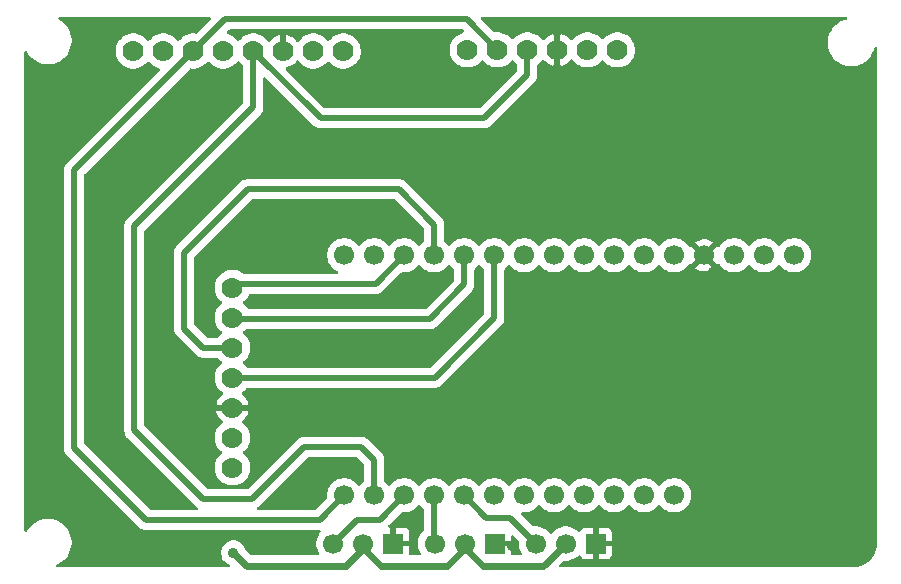
<source format=gbr>
%TF.GenerationSoftware,KiCad,Pcbnew,9.0.7*%
%TF.CreationDate,2026-02-04T13:12:14-08:00*%
%TF.ProjectId,BasicDatalogger,42617369-6344-4617-9461-6c6f67676572,rev?*%
%TF.SameCoordinates,Original*%
%TF.FileFunction,Copper,L3,Inr*%
%TF.FilePolarity,Positive*%
%FSLAX46Y46*%
G04 Gerber Fmt 4.6, Leading zero omitted, Abs format (unit mm)*
G04 Created by KiCad (PCBNEW 9.0.7) date 2026-02-04 13:12:14*
%MOMM*%
%LPD*%
G01*
G04 APERTURE LIST*
%TA.AperFunction,ComponentPad*%
%ADD10R,1.700000X1.700000*%
%TD*%
%TA.AperFunction,ComponentPad*%
%ADD11C,1.700000*%
%TD*%
%TA.AperFunction,ComponentPad*%
%ADD12C,1.778000*%
%TD*%
%TA.AperFunction,ViaPad*%
%ADD13C,0.900000*%
%TD*%
%TA.AperFunction,Conductor*%
%ADD14C,0.500000*%
%TD*%
%TA.AperFunction,Conductor*%
%ADD15C,0.600000*%
%TD*%
G04 APERTURE END LIST*
D10*
%TO.N,/GND*%
%TO.C,3*%
X105140000Y-74400000D03*
D11*
%TO.N,/PWR*%
X102600000Y-74400000D03*
%TO.N,/S1*%
X100060000Y-74400000D03*
%TD*%
D10*
%TO.N,/GND*%
%TO.C,2*%
X113740000Y-74400000D03*
D11*
%TO.N,/PWR*%
X111200000Y-74400000D03*
%TO.N,/S2*%
X108660000Y-74400000D03*
%TD*%
D10*
%TO.N,/GND*%
%TO.C,1*%
X122280000Y-74400000D03*
D11*
%TO.N,/PWR*%
X119740000Y-74400000D03*
%TO.N,/S3*%
X117200000Y-74400000D03*
%TD*%
%TO.N,unconnected-(U1-RESET-Pad1)*%
%TO.C,U1*%
X139080000Y-50000000D03*
%TO.N,/3V3*%
X136540000Y-50000000D03*
X134000000Y-50000000D03*
%TO.N,/GND*%
X131460000Y-50000000D03*
%TO.N,unconnected-(U1-A0{slash}GPIO26-Pad5)*%
X128920000Y-50000000D03*
%TO.N,unconnected-(U1-A1{slash}GPIO27-Pad6)*%
X126380000Y-50000000D03*
%TO.N,unconnected-(U1-A2{slash}GPIO28-Pad7)*%
X123840000Y-50000000D03*
%TO.N,unconnected-(U1-A3{slash}GPIO29-Pad8)*%
X121300000Y-50000000D03*
%TO.N,unconnected-(U1-D24{slash}GPIO24-Pad9)*%
X118760000Y-50000000D03*
%TO.N,unconnected-(U1-D25{slash}GPIO25-Pad10)*%
X116220000Y-50000000D03*
%TO.N,/SCK*%
X113680000Y-50000000D03*
%TO.N,/MOSI*%
X111140000Y-50000000D03*
%TO.N,/MISO*%
X108600000Y-50000000D03*
%TO.N,/CS*%
X106060000Y-50000000D03*
%TO.N,unconnected-(U1-TX{slash}GPIO0-Pad15)*%
X103520000Y-50000000D03*
%TO.N,unconnected-(U1-D4{slash}GPIO6-Pad16)*%
X100980000Y-50000000D03*
%TO.N,/SDA*%
X100980000Y-70320000D03*
%TO.N,/SCL*%
X103520000Y-70320000D03*
%TO.N,/S1*%
X106060000Y-70320000D03*
%TO.N,/S2*%
X108600000Y-70320000D03*
%TO.N,/S3*%
X111140000Y-70320000D03*
%TO.N,unconnected-(U1-D10{slash}GPIO10-Pad22)*%
X113680000Y-70320000D03*
%TO.N,unconnected-(U1-D11{slash}GPIO11-Pad23)*%
X116220000Y-70320000D03*
%TO.N,unconnected-(U1-D12{slash}GPIO12-Pad24)*%
X118760000Y-70320000D03*
%TO.N,unconnected-(U1-D13{slash}GPIO13-Pad25)*%
X121300000Y-70320000D03*
%TO.N,unconnected-(U1-Vbus-Pad26)*%
X123840000Y-70320000D03*
%TO.N,unconnected-(U1-ENABLE-Pad27)*%
X126380000Y-70320000D03*
%TO.N,unconnected-(U1-VBat-Pad28)*%
X128920000Y-70320000D03*
%TD*%
D12*
%TO.N,/3V3*%
%TO.C,U2*%
X100890000Y-32700000D03*
%TO.N,unconnected-(U2-3Vo-Pad2)*%
X98350000Y-32700000D03*
%TO.N,/GND*%
X95810000Y-32700000D03*
%TO.N,/SCL*%
X93270000Y-32700000D03*
%TO.N,unconnected-(U2-SDO-Pad5)*%
X90730000Y-32700000D03*
%TO.N,/SDA*%
X88190000Y-32700000D03*
%TO.N,unconnected-(U2-CS-Pad7)*%
X85650000Y-32700000D03*
%TO.N,unconnected-(U2-INT-Pad8)*%
X83110000Y-32700000D03*
%TD*%
%TO.N,/3V3*%
%TO.C,U4*%
X91513796Y-67972407D03*
%TO.N,unconnected-(U4-3V3-Pad2)*%
X91513796Y-65432407D03*
%TO.N,/GND*%
X91513796Y-62892407D03*
%TO.N,/SCK*%
X91513796Y-60352407D03*
%TO.N,/MISO*%
X91513796Y-57812407D03*
%TO.N,/MOSI*%
X91513796Y-55272407D03*
%TO.N,/CS*%
X91513796Y-52732407D03*
%TD*%
%TO.N,/3V3*%
%TO.C,U3*%
X124100000Y-32600000D03*
%TO.N,unconnected-(U3-3Vo-Pad2)*%
X121560000Y-32600000D03*
%TO.N,/GND*%
X119020000Y-32600000D03*
%TO.N,/SCL*%
X116480000Y-32600000D03*
%TO.N,/SDA*%
X113940000Y-32600000D03*
%TO.N,unconnected-(U3-INT2-Pad6)*%
X111400000Y-32600000D03*
%TD*%
D13*
%TO.N,/GND*%
X122200000Y-72400000D03*
X124400000Y-74400000D03*
X115200000Y-74600000D03*
X105800000Y-72600000D03*
X98200000Y-69200000D03*
%TO.N,/PWR*%
X91601578Y-75182415D03*
%TO.N,/GND*%
X89039052Y-75182415D03*
X95600000Y-38000000D03*
X98200000Y-34800000D03*
X111000000Y-35800000D03*
X132200000Y-51400000D03*
X132600000Y-48200000D03*
X109600000Y-63400000D03*
X100600000Y-63400000D03*
X119000000Y-31000000D03*
X80800000Y-34800000D03*
X109800000Y-57200000D03*
X126200000Y-60800000D03*
X132600000Y-53800000D03*
X93400000Y-61700000D03*
X80200000Y-54200000D03*
X97800000Y-53972407D03*
X79600000Y-75000000D03*
X97100000Y-49800000D03*
X88400000Y-38200000D03*
X123600000Y-42000000D03*
X89800000Y-62600000D03*
X84400000Y-68600000D03*
X119000000Y-34200000D03*
%TD*%
D14*
%TO.N,/SCL*%
X93270000Y-37480000D02*
X93270000Y-32700000D01*
X83200000Y-47550000D02*
X93270000Y-37480000D01*
X93200000Y-70600000D02*
X89000000Y-70600000D01*
X83200000Y-64800000D02*
X83200000Y-47550000D01*
X102400000Y-66200000D02*
X97600000Y-66200000D01*
X103520000Y-67320000D02*
X102400000Y-66200000D01*
X97600000Y-66200000D02*
X93200000Y-70600000D01*
X89000000Y-70600000D02*
X83200000Y-64800000D01*
X103520000Y-70320000D02*
X103520000Y-67320000D01*
%TO.N,/SDA*%
X78100000Y-66300000D02*
X84200000Y-72400000D01*
X84200000Y-72400000D02*
X98900000Y-72400000D01*
X98900000Y-72400000D02*
X100980000Y-70320000D01*
X78100000Y-42790000D02*
X78100000Y-66300000D01*
X88190000Y-32700000D02*
X78100000Y-42790000D01*
%TO.N,/MOSI*%
X108200000Y-55400000D02*
X111140000Y-52460000D01*
X91641389Y-55400000D02*
X108200000Y-55400000D01*
X91513796Y-55272407D02*
X91641389Y-55400000D01*
X111140000Y-52460000D02*
X111140000Y-50000000D01*
D15*
%TO.N,/PWR*%
X117841000Y-76299000D02*
X119740000Y-74400000D01*
X112699000Y-76299000D02*
X117841000Y-76299000D01*
X111200000Y-74800000D02*
X112699000Y-76299000D01*
X109701000Y-76299000D02*
X111200000Y-74800000D01*
X104099000Y-76299000D02*
X109701000Y-76299000D01*
X102600000Y-74800000D02*
X104099000Y-76299000D01*
X111200000Y-74800000D02*
X111200000Y-74400000D01*
X102600000Y-74800000D02*
X102600000Y-74400000D01*
X101101000Y-76299000D02*
X102600000Y-74800000D01*
X91601578Y-75182415D02*
X92718163Y-76299000D01*
X92718163Y-76299000D02*
X101101000Y-76299000D01*
D14*
%TO.N,/SCK*%
X108647593Y-60352407D02*
X113680000Y-55320000D01*
X91513796Y-60352407D02*
X108647593Y-60352407D01*
X113680000Y-55320000D02*
X113680000Y-50000000D01*
%TO.N,/CS*%
X91846203Y-52400000D02*
X91513796Y-52732407D01*
X103660000Y-52400000D02*
X91846203Y-52400000D01*
X106060000Y-50000000D02*
X103660000Y-52400000D01*
%TO.N,/MISO*%
X105600000Y-44400000D02*
X108600000Y-47400000D01*
X92800000Y-44400000D02*
X105600000Y-44400000D01*
X87400000Y-49800000D02*
X92800000Y-44400000D01*
X87400000Y-56200000D02*
X87400000Y-49800000D01*
X91513796Y-57812407D02*
X89012407Y-57812407D01*
X89012407Y-57812407D02*
X87400000Y-56200000D01*
X108600000Y-47400000D02*
X108600000Y-50000000D01*
%TO.N,/S1*%
X102060000Y-72400000D02*
X100060000Y-74400000D01*
X103980000Y-72400000D02*
X102060000Y-72400000D01*
X106060000Y-70320000D02*
X103980000Y-72400000D01*
%TO.N,/S3*%
X115000000Y-72200000D02*
X117200000Y-74400000D01*
X113020000Y-72200000D02*
X115000000Y-72200000D01*
X111140000Y-70320000D02*
X113020000Y-72200000D01*
%TO.N,/S2*%
X108600000Y-74340000D02*
X108660000Y-74400000D01*
X108600000Y-70320000D02*
X108600000Y-74340000D01*
%TO.N,/SCL*%
X116480000Y-34720000D02*
X116480000Y-32600000D01*
X112800000Y-38400000D02*
X116480000Y-34720000D01*
X98970000Y-38400000D02*
X112800000Y-38400000D01*
X93270000Y-32700000D02*
X98970000Y-38400000D01*
%TO.N,/SDA*%
X91800000Y-30000000D02*
X90890000Y-30000000D01*
X91800000Y-30000000D02*
X111340000Y-30000000D01*
X90890000Y-30000000D02*
X88190000Y-32700000D01*
X111340000Y-30000000D02*
X113940000Y-32600000D01*
%TD*%
%TA.AperFunction,Conductor*%
%TO.N,/GND*%
G36*
X89654388Y-29820185D02*
G01*
X89700143Y-29872989D01*
X89710087Y-29942147D01*
X89681062Y-30005703D01*
X89675030Y-30012181D01*
X88498212Y-31188997D01*
X88436889Y-31222482D01*
X88391133Y-31223789D01*
X88307231Y-31210500D01*
X88307226Y-31210500D01*
X88072774Y-31210500D01*
X88072769Y-31210500D01*
X87841207Y-31247175D01*
X87618225Y-31319627D01*
X87409331Y-31426065D01*
X87357291Y-31463875D01*
X87219656Y-31563873D01*
X87219654Y-31563875D01*
X87219653Y-31563875D01*
X87053872Y-31729656D01*
X87020317Y-31775841D01*
X86964987Y-31818506D01*
X86895373Y-31824484D01*
X86833579Y-31791877D01*
X86819683Y-31775841D01*
X86786127Y-31729656D01*
X86620346Y-31563875D01*
X86620344Y-31563873D01*
X86430668Y-31426065D01*
X86221774Y-31319627D01*
X85998792Y-31247175D01*
X85767231Y-31210500D01*
X85767226Y-31210500D01*
X85532774Y-31210500D01*
X85532769Y-31210500D01*
X85301207Y-31247175D01*
X85078225Y-31319627D01*
X84869331Y-31426065D01*
X84817291Y-31463875D01*
X84679656Y-31563873D01*
X84679654Y-31563875D01*
X84679653Y-31563875D01*
X84513872Y-31729656D01*
X84480317Y-31775841D01*
X84424987Y-31818506D01*
X84355373Y-31824484D01*
X84293579Y-31791877D01*
X84279683Y-31775841D01*
X84246127Y-31729656D01*
X84080346Y-31563875D01*
X84080344Y-31563873D01*
X83890668Y-31426065D01*
X83681774Y-31319627D01*
X83458792Y-31247175D01*
X83227231Y-31210500D01*
X83227226Y-31210500D01*
X82992774Y-31210500D01*
X82992769Y-31210500D01*
X82761207Y-31247175D01*
X82538225Y-31319627D01*
X82329331Y-31426065D01*
X82277291Y-31463875D01*
X82139656Y-31563873D01*
X82139654Y-31563875D01*
X82139653Y-31563875D01*
X81973875Y-31729653D01*
X81973875Y-31729654D01*
X81973873Y-31729656D01*
X81940318Y-31775841D01*
X81836065Y-31919331D01*
X81729627Y-32128225D01*
X81657175Y-32351207D01*
X81620500Y-32582768D01*
X81620500Y-32817231D01*
X81657175Y-33048792D01*
X81729627Y-33271774D01*
X81814665Y-33438669D01*
X81836065Y-33480668D01*
X81973873Y-33670344D01*
X82139656Y-33836127D01*
X82329332Y-33973935D01*
X82353755Y-33986379D01*
X82538225Y-34080372D01*
X82538227Y-34080372D01*
X82538230Y-34080374D01*
X82657752Y-34119209D01*
X82761207Y-34152824D01*
X82992769Y-34189500D01*
X82992774Y-34189500D01*
X83227231Y-34189500D01*
X83458792Y-34152824D01*
X83475245Y-34147478D01*
X83681770Y-34080374D01*
X83890668Y-33973935D01*
X84080344Y-33836127D01*
X84246127Y-33670344D01*
X84279682Y-33624158D01*
X84335011Y-33581493D01*
X84404625Y-33575514D01*
X84466420Y-33608119D01*
X84480315Y-33624155D01*
X84513873Y-33670344D01*
X84679656Y-33836127D01*
X84869332Y-33973935D01*
X85078230Y-34080374D01*
X85284757Y-34147478D01*
X85342432Y-34186915D01*
X85369630Y-34251274D01*
X85357715Y-34320120D01*
X85334119Y-34353090D01*
X77439375Y-42247834D01*
X77439372Y-42247838D01*
X77346299Y-42387130D01*
X77346292Y-42387143D01*
X77300962Y-42496583D01*
X77282185Y-42541913D01*
X77282182Y-42541925D01*
X77249500Y-42706228D01*
X77249500Y-66383771D01*
X77273775Y-66505810D01*
X77282181Y-66548074D01*
X77282184Y-66548083D01*
X77346296Y-66702863D01*
X77346297Y-66702866D01*
X77439372Y-66842161D01*
X77439375Y-66842165D01*
X83657834Y-73060624D01*
X83657838Y-73060627D01*
X83797132Y-73153701D01*
X83797133Y-73153701D01*
X83797137Y-73153704D01*
X83901650Y-73196994D01*
X83951918Y-73217816D01*
X84116228Y-73250499D01*
X84116232Y-73250500D01*
X98859358Y-73250500D01*
X98926397Y-73270185D01*
X98972152Y-73322989D01*
X98982096Y-73392147D01*
X98955680Y-73450537D01*
X98956485Y-73451122D01*
X98953651Y-73455022D01*
X98953646Y-73455034D01*
X98953624Y-73455059D01*
X98819421Y-73639771D01*
X98715770Y-73843196D01*
X98645215Y-74060339D01*
X98609500Y-74285837D01*
X98609500Y-74514162D01*
X98645215Y-74739660D01*
X98715770Y-74956803D01*
X98780286Y-75083421D01*
X98819421Y-75160228D01*
X98846491Y-75197487D01*
X98849490Y-75201614D01*
X98872970Y-75267420D01*
X98857145Y-75335474D01*
X98807039Y-75384169D01*
X98749172Y-75398500D01*
X93142524Y-75398500D01*
X93075485Y-75378815D01*
X93054843Y-75362181D01*
X92852890Y-75160228D01*
X92648995Y-74956332D01*
X92615510Y-74895009D01*
X92615070Y-74892899D01*
X92611708Y-74875995D01*
X92532519Y-74684817D01*
X92417555Y-74512760D01*
X92417553Y-74512757D01*
X92271235Y-74366439D01*
X92135882Y-74276000D01*
X92099176Y-74251474D01*
X91907998Y-74172285D01*
X91907990Y-74172283D01*
X91705047Y-74131915D01*
X91705043Y-74131915D01*
X91498113Y-74131915D01*
X91498108Y-74131915D01*
X91295165Y-74172283D01*
X91295157Y-74172285D01*
X91103981Y-74251473D01*
X90931920Y-74366439D01*
X90785602Y-74512757D01*
X90670636Y-74684818D01*
X90591448Y-74875994D01*
X90591446Y-74876002D01*
X90551078Y-75078945D01*
X90551078Y-75285884D01*
X90591446Y-75488827D01*
X90591448Y-75488835D01*
X90640472Y-75607190D01*
X90670637Y-75680013D01*
X90726800Y-75764068D01*
X90785602Y-75852072D01*
X90931920Y-75998390D01*
X90931923Y-75998392D01*
X91103980Y-76113356D01*
X91156745Y-76135212D01*
X91218855Y-76160939D01*
X91273258Y-76204780D01*
X91295323Y-76271074D01*
X91278044Y-76338774D01*
X91226907Y-76386384D01*
X91171402Y-76399500D01*
X76697275Y-76399500D01*
X76630236Y-76379815D01*
X76584481Y-76327011D01*
X76574537Y-76257853D01*
X76603562Y-76194297D01*
X76649822Y-76160939D01*
X76775592Y-76108843D01*
X76775593Y-76108842D01*
X76775599Y-76108840D01*
X77002705Y-75977721D01*
X77210753Y-75818079D01*
X77210757Y-75818074D01*
X77210762Y-75818071D01*
X77396176Y-75632657D01*
X77396179Y-75632652D01*
X77396184Y-75632648D01*
X77555826Y-75424600D01*
X77686945Y-75197494D01*
X77787300Y-74955216D01*
X77855172Y-74701913D01*
X77889402Y-74441917D01*
X77889402Y-74179677D01*
X77855172Y-73919681D01*
X77787300Y-73666378D01*
X77787296Y-73666368D01*
X77686948Y-73424106D01*
X77686943Y-73424096D01*
X77555825Y-73196992D01*
X77396183Y-72988945D01*
X77396176Y-72988937D01*
X77210762Y-72803523D01*
X77210753Y-72803515D01*
X77002705Y-72643872D01*
X76775602Y-72512755D01*
X76775592Y-72512750D01*
X76533330Y-72412402D01*
X76533323Y-72412400D01*
X76533321Y-72412399D01*
X76280018Y-72344527D01*
X76222241Y-72336920D01*
X76020029Y-72310297D01*
X76020022Y-72310297D01*
X75757782Y-72310297D01*
X75757774Y-72310297D01*
X75526674Y-72340723D01*
X75497786Y-72344527D01*
X75244483Y-72412399D01*
X75244473Y-72412402D01*
X75002211Y-72512750D01*
X75002201Y-72512755D01*
X74775098Y-72643872D01*
X74567050Y-72803515D01*
X74381620Y-72988945D01*
X74221979Y-73196992D01*
X74221978Y-73196992D01*
X74131887Y-73353036D01*
X74081320Y-73401252D01*
X74012713Y-73414475D01*
X73947848Y-73388507D01*
X73907320Y-73331593D01*
X73900500Y-73291036D01*
X73900500Y-32800537D01*
X73920185Y-32733498D01*
X73972989Y-32687743D01*
X74042147Y-32677799D01*
X74105703Y-32706824D01*
X74131887Y-32738538D01*
X74233072Y-32913798D01*
X74233074Y-32913802D01*
X74392718Y-33121851D01*
X74392726Y-33121860D01*
X74578140Y-33307274D01*
X74578148Y-33307281D01*
X74786196Y-33466924D01*
X75013299Y-33598041D01*
X75013309Y-33598046D01*
X75255571Y-33698394D01*
X75255581Y-33698398D01*
X75508884Y-33766270D01*
X75768880Y-33800500D01*
X75768887Y-33800500D01*
X76031113Y-33800500D01*
X76031120Y-33800500D01*
X76291116Y-33766270D01*
X76544419Y-33698398D01*
X76723648Y-33624159D01*
X76786690Y-33598046D01*
X76786691Y-33598045D01*
X76786697Y-33598043D01*
X77013803Y-33466924D01*
X77221851Y-33307282D01*
X77221855Y-33307277D01*
X77221860Y-33307274D01*
X77407274Y-33121860D01*
X77407277Y-33121855D01*
X77407282Y-33121851D01*
X77566924Y-32913803D01*
X77698043Y-32686697D01*
X77798398Y-32444419D01*
X77866270Y-32191116D01*
X77900500Y-31931120D01*
X77900500Y-31668880D01*
X77866270Y-31408884D01*
X77798398Y-31155581D01*
X77789399Y-31133856D01*
X77698046Y-30913309D01*
X77698041Y-30913299D01*
X77566924Y-30686196D01*
X77407281Y-30478148D01*
X77407274Y-30478140D01*
X77221860Y-30292726D01*
X77221851Y-30292718D01*
X77013803Y-30133075D01*
X76838538Y-30031887D01*
X76790323Y-29981320D01*
X76777099Y-29912713D01*
X76803067Y-29847849D01*
X76859981Y-29807320D01*
X76900538Y-29800500D01*
X89587349Y-29800500D01*
X89654388Y-29820185D01*
G37*
%TD.AperFunction*%
%TA.AperFunction,Conductor*%
G36*
X112427384Y-50809785D02*
G01*
X112434626Y-50809164D01*
X112459507Y-50822292D01*
X112485720Y-50832498D01*
X112492952Y-50839939D01*
X112496421Y-50841770D01*
X112510315Y-50857804D01*
X112573621Y-50944937D01*
X112735063Y-51106379D01*
X112778385Y-51137855D01*
X112821051Y-51193183D01*
X112829500Y-51238172D01*
X112829500Y-54916349D01*
X112809815Y-54983388D01*
X112793181Y-55004030D01*
X108331623Y-59465588D01*
X108270300Y-59499073D01*
X108243942Y-59501907D01*
X92800176Y-59501907D01*
X92733137Y-59482222D01*
X92699858Y-59450793D01*
X92649923Y-59382063D01*
X92484140Y-59216280D01*
X92437954Y-59182724D01*
X92395289Y-59127396D01*
X92389310Y-59057782D01*
X92421915Y-58995987D01*
X92437954Y-58982090D01*
X92484140Y-58948534D01*
X92649923Y-58782751D01*
X92787731Y-58593075D01*
X92894170Y-58384177D01*
X92966620Y-58161199D01*
X93003296Y-57929638D01*
X93003296Y-57695175D01*
X92966620Y-57463614D01*
X92894168Y-57240632D01*
X92787730Y-57031738D01*
X92649923Y-56842063D01*
X92484140Y-56676280D01*
X92437954Y-56642724D01*
X92424983Y-56625903D01*
X92408529Y-56612468D01*
X92404073Y-56598788D01*
X92395289Y-56587396D01*
X92393471Y-56566232D01*
X92386893Y-56546033D01*
X92390541Y-56532115D01*
X92389310Y-56517782D01*
X92399222Y-56498994D01*
X92404609Y-56478446D01*
X92417454Y-56464440D01*
X92421915Y-56455987D01*
X92426932Y-56451108D01*
X92432177Y-56446286D01*
X92484140Y-56408534D01*
X92607713Y-56284960D01*
X92609628Y-56283201D01*
X92638722Y-56268871D01*
X92667178Y-56253334D01*
X92671135Y-56252908D01*
X92672308Y-56252331D01*
X92674345Y-56252563D01*
X92693536Y-56250500D01*
X108283768Y-56250500D01*
X108283769Y-56250499D01*
X108338538Y-56239605D01*
X108448074Y-56217818D01*
X108448078Y-56217816D01*
X108448082Y-56217816D01*
X108493415Y-56199037D01*
X108602863Y-56153704D01*
X108742162Y-56060627D01*
X111800627Y-53002162D01*
X111893704Y-52862863D01*
X111957816Y-52708081D01*
X111990500Y-52543767D01*
X111990500Y-52376233D01*
X111990500Y-51238172D01*
X112010185Y-51171133D01*
X112041613Y-51137855D01*
X112084937Y-51106379D01*
X112246379Y-50944937D01*
X112309682Y-50857807D01*
X112331962Y-50840627D01*
X112352133Y-50821025D01*
X112359255Y-50819581D01*
X112365012Y-50815143D01*
X112393040Y-50812735D01*
X112420611Y-50807149D01*
X112427384Y-50809785D01*
G37*
%TD.AperFunction*%
%TA.AperFunction,Conductor*%
G36*
X105263388Y-45270185D02*
G01*
X105284030Y-45286819D01*
X107713181Y-47715970D01*
X107746666Y-47777293D01*
X107749500Y-47803651D01*
X107749500Y-48761826D01*
X107729815Y-48828865D01*
X107698387Y-48862143D01*
X107655065Y-48893618D01*
X107493623Y-49055060D01*
X107493616Y-49055069D01*
X107430317Y-49142191D01*
X107374987Y-49184857D01*
X107305373Y-49190835D01*
X107243579Y-49158228D01*
X107229683Y-49142191D01*
X107166383Y-49055069D01*
X107166379Y-49055063D01*
X107004937Y-48893621D01*
X106820228Y-48759421D01*
X106799587Y-48748904D01*
X106616803Y-48655770D01*
X106399660Y-48585215D01*
X106174162Y-48549500D01*
X106174157Y-48549500D01*
X105945843Y-48549500D01*
X105945838Y-48549500D01*
X105720339Y-48585215D01*
X105503196Y-48655770D01*
X105299771Y-48759421D01*
X105115061Y-48893622D01*
X104953623Y-49055060D01*
X104953616Y-49055069D01*
X104890317Y-49142191D01*
X104834987Y-49184857D01*
X104765373Y-49190835D01*
X104703579Y-49158228D01*
X104689683Y-49142191D01*
X104626383Y-49055069D01*
X104626379Y-49055063D01*
X104464937Y-48893621D01*
X104280228Y-48759421D01*
X104259587Y-48748904D01*
X104076803Y-48655770D01*
X103859660Y-48585215D01*
X103634162Y-48549500D01*
X103634157Y-48549500D01*
X103405843Y-48549500D01*
X103405838Y-48549500D01*
X103180339Y-48585215D01*
X102963196Y-48655770D01*
X102759771Y-48759421D01*
X102575061Y-48893622D01*
X102413623Y-49055060D01*
X102413616Y-49055069D01*
X102350317Y-49142191D01*
X102294987Y-49184857D01*
X102225373Y-49190835D01*
X102163579Y-49158228D01*
X102149683Y-49142191D01*
X102086383Y-49055069D01*
X102086379Y-49055063D01*
X101924937Y-48893621D01*
X101740228Y-48759421D01*
X101719587Y-48748904D01*
X101536803Y-48655770D01*
X101319660Y-48585215D01*
X101094162Y-48549500D01*
X101094157Y-48549500D01*
X100865843Y-48549500D01*
X100865838Y-48549500D01*
X100640339Y-48585215D01*
X100423196Y-48655770D01*
X100219771Y-48759421D01*
X100035061Y-48893622D01*
X99873622Y-49055061D01*
X99739421Y-49239771D01*
X99635770Y-49443196D01*
X99565215Y-49660339D01*
X99529500Y-49885837D01*
X99529500Y-50114162D01*
X99565215Y-50339660D01*
X99635770Y-50556803D01*
X99720795Y-50723672D01*
X99739421Y-50760228D01*
X99873621Y-50944937D01*
X100035063Y-51106379D01*
X100219772Y-51240579D01*
X100296320Y-51279582D01*
X100365861Y-51315015D01*
X100416657Y-51362990D01*
X100433452Y-51430811D01*
X100410915Y-51496945D01*
X100356200Y-51540397D01*
X100309566Y-51549500D01*
X92460043Y-51549500D01*
X92393004Y-51529815D01*
X92387167Y-51525824D01*
X92294464Y-51458472D01*
X92278818Y-51450500D01*
X92085570Y-51352034D01*
X91862588Y-51279582D01*
X91631027Y-51242907D01*
X91631022Y-51242907D01*
X91396570Y-51242907D01*
X91396565Y-51242907D01*
X91165003Y-51279582D01*
X90942021Y-51352034D01*
X90733127Y-51458472D01*
X90640434Y-51525818D01*
X90543452Y-51596280D01*
X90543450Y-51596282D01*
X90543449Y-51596282D01*
X90377671Y-51762060D01*
X90377671Y-51762061D01*
X90377669Y-51762063D01*
X90318485Y-51843521D01*
X90239861Y-51951738D01*
X90133423Y-52160632D01*
X90060971Y-52383614D01*
X90024296Y-52615175D01*
X90024296Y-52849638D01*
X90060971Y-53081199D01*
X90133423Y-53304181D01*
X90239861Y-53513075D01*
X90377669Y-53702751D01*
X90377671Y-53702753D01*
X90543452Y-53868534D01*
X90589637Y-53902090D01*
X90632302Y-53957420D01*
X90638280Y-54027034D01*
X90605673Y-54088828D01*
X90589637Y-54102724D01*
X90543452Y-54136279D01*
X90377671Y-54302060D01*
X90377671Y-54302061D01*
X90377669Y-54302063D01*
X90318485Y-54383521D01*
X90239861Y-54491738D01*
X90133423Y-54700632D01*
X90060971Y-54923614D01*
X90024296Y-55155175D01*
X90024296Y-55389638D01*
X90060972Y-55621199D01*
X90060971Y-55621199D01*
X90133423Y-55844181D01*
X90239861Y-56053075D01*
X90377669Y-56242751D01*
X90377671Y-56242753D01*
X90543452Y-56408534D01*
X90589637Y-56442090D01*
X90632302Y-56497420D01*
X90638280Y-56567034D01*
X90605673Y-56628828D01*
X90589637Y-56642724D01*
X90543452Y-56676279D01*
X90377671Y-56842060D01*
X90377671Y-56842061D01*
X90377669Y-56842063D01*
X90327734Y-56910793D01*
X90272404Y-56953458D01*
X90227416Y-56961907D01*
X89416058Y-56961907D01*
X89349019Y-56942222D01*
X89328377Y-56925588D01*
X88286819Y-55884030D01*
X88253334Y-55822707D01*
X88250500Y-55796349D01*
X88250500Y-50203650D01*
X88270185Y-50136611D01*
X88286819Y-50115969D01*
X93115969Y-45286819D01*
X93177292Y-45253334D01*
X93203650Y-45250500D01*
X105196349Y-45250500D01*
X105263388Y-45270185D01*
G37*
%TD.AperFunction*%
%TA.AperFunction,Conductor*%
G36*
X109956421Y-50841770D02*
G01*
X109970315Y-50857804D01*
X110033621Y-50944937D01*
X110195063Y-51106379D01*
X110238385Y-51137855D01*
X110281051Y-51193183D01*
X110289500Y-51238172D01*
X110289500Y-52056349D01*
X110269815Y-52123388D01*
X110253181Y-52144030D01*
X107884030Y-54513181D01*
X107822707Y-54546666D01*
X107796349Y-54549500D01*
X92892571Y-54549500D01*
X92825532Y-54529815D01*
X92791484Y-54495034D01*
X92790595Y-54495681D01*
X92787730Y-54491738D01*
X92649923Y-54302063D01*
X92484140Y-54136280D01*
X92437954Y-54102724D01*
X92395289Y-54047396D01*
X92389310Y-53977782D01*
X92421915Y-53915987D01*
X92437954Y-53902090D01*
X92484140Y-53868534D01*
X92649923Y-53702751D01*
X92787731Y-53513075D01*
X92887022Y-53318204D01*
X92934997Y-53267409D01*
X92997507Y-53250500D01*
X103743768Y-53250500D01*
X103743769Y-53250499D01*
X103798538Y-53239605D01*
X103908074Y-53217818D01*
X103908078Y-53217816D01*
X103908082Y-53217816D01*
X103953415Y-53199037D01*
X104062863Y-53153704D01*
X104202162Y-53060627D01*
X105785875Y-51476912D01*
X105847196Y-51443429D01*
X105892947Y-51442122D01*
X105945843Y-51450500D01*
X105945845Y-51450500D01*
X106174162Y-51450500D01*
X106399660Y-51414784D01*
X106420991Y-51407853D01*
X106616799Y-51344231D01*
X106820228Y-51240579D01*
X107004937Y-51106379D01*
X107166379Y-50944937D01*
X107229682Y-50857807D01*
X107285012Y-50815143D01*
X107354626Y-50809164D01*
X107416421Y-50841770D01*
X107430315Y-50857804D01*
X107493621Y-50944937D01*
X107655063Y-51106379D01*
X107839772Y-51240579D01*
X107916320Y-51279582D01*
X108043196Y-51344229D01*
X108043198Y-51344229D01*
X108043201Y-51344231D01*
X108159592Y-51382049D01*
X108260339Y-51414784D01*
X108485838Y-51450500D01*
X108485843Y-51450500D01*
X108714162Y-51450500D01*
X108939660Y-51414784D01*
X108960991Y-51407853D01*
X109156799Y-51344231D01*
X109360228Y-51240579D01*
X109544937Y-51106379D01*
X109706379Y-50944937D01*
X109769682Y-50857807D01*
X109825012Y-50815143D01*
X109894626Y-50809164D01*
X109956421Y-50841770D01*
G37*
%TD.AperFunction*%
%TA.AperFunction,Conductor*%
G36*
X143504477Y-29820185D02*
G01*
X143550232Y-29872989D01*
X143560176Y-29942147D01*
X143531151Y-30005703D01*
X143472373Y-30043477D01*
X143469565Y-30044265D01*
X143339859Y-30079020D01*
X143255581Y-30101602D01*
X143255571Y-30101605D01*
X143013309Y-30201953D01*
X143013299Y-30201958D01*
X142786196Y-30333075D01*
X142578148Y-30492718D01*
X142392718Y-30678148D01*
X142233075Y-30886196D01*
X142101958Y-31113299D01*
X142101953Y-31113309D01*
X142001605Y-31355571D01*
X142001602Y-31355581D01*
X141972586Y-31463873D01*
X141933730Y-31608885D01*
X141899500Y-31868872D01*
X141899500Y-32131127D01*
X141921721Y-32299901D01*
X141933730Y-32391116D01*
X142001602Y-32644418D01*
X142001605Y-32644428D01*
X142101953Y-32886690D01*
X142101958Y-32886700D01*
X142233075Y-33113803D01*
X142392718Y-33321851D01*
X142392726Y-33321860D01*
X142578140Y-33507274D01*
X142578148Y-33507281D01*
X142578149Y-33507282D01*
X142619053Y-33538669D01*
X142786196Y-33666924D01*
X143013299Y-33798041D01*
X143013309Y-33798046D01*
X143228636Y-33887237D01*
X143255581Y-33898398D01*
X143508884Y-33966270D01*
X143768880Y-34000500D01*
X143768887Y-34000500D01*
X144031113Y-34000500D01*
X144031120Y-34000500D01*
X144291116Y-33966270D01*
X144544419Y-33898398D01*
X144735282Y-33819340D01*
X144786690Y-33798046D01*
X144786691Y-33798045D01*
X144786697Y-33798043D01*
X145013803Y-33666924D01*
X145221851Y-33507282D01*
X145221855Y-33507277D01*
X145221860Y-33507274D01*
X145407274Y-33321860D01*
X145407277Y-33321855D01*
X145407282Y-33321851D01*
X145566924Y-33113803D01*
X145698043Y-32886697D01*
X145798398Y-32644419D01*
X145855725Y-32430467D01*
X145892090Y-32370808D01*
X145954937Y-32340279D01*
X146024312Y-32348574D01*
X146078190Y-32393059D01*
X146099465Y-32459611D01*
X146099500Y-32462562D01*
X146099500Y-74395933D01*
X146099235Y-74404043D01*
X146082925Y-74652883D01*
X146080807Y-74668964D01*
X146032954Y-74909535D01*
X146028756Y-74925202D01*
X145949909Y-75157479D01*
X145943702Y-75172465D01*
X145835212Y-75392460D01*
X145827102Y-75406507D01*
X145690825Y-75610460D01*
X145680951Y-75623328D01*
X145519218Y-75807749D01*
X145507749Y-75819218D01*
X145323328Y-75980951D01*
X145310460Y-75990825D01*
X145106507Y-76127102D01*
X145092460Y-76135212D01*
X144872465Y-76243702D01*
X144857479Y-76249909D01*
X144625202Y-76328756D01*
X144609535Y-76332954D01*
X144368964Y-76380807D01*
X144352883Y-76382925D01*
X144104043Y-76399235D01*
X144095933Y-76399500D01*
X119313361Y-76399500D01*
X119246322Y-76379815D01*
X119200567Y-76327011D01*
X119190623Y-76257853D01*
X119219648Y-76194297D01*
X119225662Y-76187836D01*
X119527164Y-75886333D01*
X119588484Y-75852851D01*
X119620971Y-75850645D01*
X119620971Y-75850500D01*
X119623111Y-75850500D01*
X119624584Y-75850400D01*
X119625833Y-75850498D01*
X119625843Y-75850500D01*
X119625853Y-75850500D01*
X119854162Y-75850500D01*
X120079660Y-75814784D01*
X120101311Y-75807749D01*
X120296799Y-75744231D01*
X120500228Y-75640579D01*
X120684937Y-75506379D01*
X120772135Y-75419180D01*
X120833454Y-75385698D01*
X120903146Y-75390682D01*
X120959080Y-75432553D01*
X120975995Y-75463531D01*
X120986645Y-75492086D01*
X120986649Y-75492093D01*
X121072809Y-75607187D01*
X121072812Y-75607190D01*
X121187906Y-75693350D01*
X121187913Y-75693354D01*
X121322620Y-75743596D01*
X121322627Y-75743598D01*
X121382155Y-75749999D01*
X121382172Y-75750000D01*
X122030000Y-75750000D01*
X122030000Y-74833012D01*
X122087007Y-74865925D01*
X122214174Y-74900000D01*
X122345826Y-74900000D01*
X122472993Y-74865925D01*
X122530000Y-74833012D01*
X122530000Y-75750000D01*
X123177828Y-75750000D01*
X123177844Y-75749999D01*
X123237372Y-75743598D01*
X123237379Y-75743596D01*
X123372086Y-75693354D01*
X123372093Y-75693350D01*
X123487187Y-75607190D01*
X123487190Y-75607187D01*
X123573350Y-75492093D01*
X123573354Y-75492086D01*
X123623596Y-75357379D01*
X123623598Y-75357372D01*
X123629999Y-75297844D01*
X123630000Y-75297827D01*
X123630000Y-74650000D01*
X122713012Y-74650000D01*
X122745925Y-74592993D01*
X122780000Y-74465826D01*
X122780000Y-74334174D01*
X122745925Y-74207007D01*
X122713012Y-74150000D01*
X123630000Y-74150000D01*
X123630000Y-73502172D01*
X123629999Y-73502155D01*
X123623598Y-73442627D01*
X123623596Y-73442620D01*
X123573354Y-73307913D01*
X123573350Y-73307906D01*
X123487190Y-73192812D01*
X123487187Y-73192809D01*
X123372093Y-73106649D01*
X123372086Y-73106645D01*
X123237379Y-73056403D01*
X123237372Y-73056401D01*
X123177844Y-73050000D01*
X122530000Y-73050000D01*
X122530000Y-73966988D01*
X122472993Y-73934075D01*
X122345826Y-73900000D01*
X122214174Y-73900000D01*
X122087007Y-73934075D01*
X122030000Y-73966988D01*
X122030000Y-73050000D01*
X121382155Y-73050000D01*
X121322627Y-73056401D01*
X121322620Y-73056403D01*
X121187913Y-73106645D01*
X121187906Y-73106649D01*
X121072812Y-73192809D01*
X121072809Y-73192812D01*
X120986649Y-73307906D01*
X120986643Y-73307918D01*
X120975994Y-73336469D01*
X120934123Y-73392403D01*
X120868658Y-73416819D01*
X120800385Y-73401967D01*
X120772132Y-73380816D01*
X120684938Y-73293622D01*
X120625586Y-73250500D01*
X120500228Y-73159421D01*
X120465472Y-73141712D01*
X120296803Y-73055770D01*
X120079660Y-72985215D01*
X119854162Y-72949500D01*
X119854157Y-72949500D01*
X119625843Y-72949500D01*
X119625838Y-72949500D01*
X119400339Y-72985215D01*
X119183196Y-73055770D01*
X118979771Y-73159421D01*
X118795061Y-73293622D01*
X118633623Y-73455060D01*
X118633616Y-73455069D01*
X118570317Y-73542191D01*
X118514987Y-73584857D01*
X118445373Y-73590835D01*
X118383579Y-73558228D01*
X118369683Y-73542191D01*
X118306383Y-73455069D01*
X118306379Y-73455063D01*
X118144937Y-73293621D01*
X117960228Y-73159421D01*
X117925472Y-73141712D01*
X117756803Y-73055770D01*
X117539660Y-72985215D01*
X117314162Y-72949500D01*
X117314157Y-72949500D01*
X117085843Y-72949500D01*
X117085837Y-72949500D01*
X117032951Y-72957876D01*
X116963658Y-72948921D01*
X116925873Y-72923084D01*
X115980560Y-71977771D01*
X115947075Y-71916448D01*
X115952059Y-71846756D01*
X115993931Y-71790823D01*
X116059395Y-71766406D01*
X116087639Y-71767616D01*
X116095815Y-71768911D01*
X116105841Y-71770500D01*
X116105843Y-71770500D01*
X116334162Y-71770500D01*
X116559660Y-71734784D01*
X116776799Y-71664231D01*
X116980228Y-71560579D01*
X117164937Y-71426379D01*
X117326379Y-71264937D01*
X117389682Y-71177807D01*
X117445012Y-71135143D01*
X117514626Y-71129164D01*
X117576421Y-71161770D01*
X117590315Y-71177804D01*
X117653621Y-71264937D01*
X117815063Y-71426379D01*
X117999772Y-71560579D01*
X118079028Y-71600962D01*
X118203196Y-71664229D01*
X118203198Y-71664229D01*
X118203201Y-71664231D01*
X118319592Y-71702049D01*
X118420339Y-71734784D01*
X118645838Y-71770500D01*
X118645843Y-71770500D01*
X118874162Y-71770500D01*
X119099660Y-71734784D01*
X119316799Y-71664231D01*
X119520228Y-71560579D01*
X119704937Y-71426379D01*
X119866379Y-71264937D01*
X119929682Y-71177807D01*
X119985012Y-71135143D01*
X120054626Y-71129164D01*
X120116421Y-71161770D01*
X120130315Y-71177804D01*
X120193621Y-71264937D01*
X120355063Y-71426379D01*
X120539772Y-71560579D01*
X120619028Y-71600962D01*
X120743196Y-71664229D01*
X120743198Y-71664229D01*
X120743201Y-71664231D01*
X120859592Y-71702049D01*
X120960339Y-71734784D01*
X121185838Y-71770500D01*
X121185843Y-71770500D01*
X121414162Y-71770500D01*
X121639660Y-71734784D01*
X121856799Y-71664231D01*
X122060228Y-71560579D01*
X122244937Y-71426379D01*
X122406379Y-71264937D01*
X122469682Y-71177807D01*
X122525012Y-71135143D01*
X122594626Y-71129164D01*
X122656421Y-71161770D01*
X122670315Y-71177804D01*
X122733621Y-71264937D01*
X122895063Y-71426379D01*
X123079772Y-71560579D01*
X123159028Y-71600962D01*
X123283196Y-71664229D01*
X123283198Y-71664229D01*
X123283201Y-71664231D01*
X123399592Y-71702049D01*
X123500339Y-71734784D01*
X123725838Y-71770500D01*
X123725843Y-71770500D01*
X123954162Y-71770500D01*
X124179660Y-71734784D01*
X124396799Y-71664231D01*
X124600228Y-71560579D01*
X124784937Y-71426379D01*
X124946379Y-71264937D01*
X125009682Y-71177807D01*
X125065012Y-71135143D01*
X125134626Y-71129164D01*
X125196421Y-71161770D01*
X125210315Y-71177804D01*
X125273621Y-71264937D01*
X125435063Y-71426379D01*
X125619772Y-71560579D01*
X125699028Y-71600962D01*
X125823196Y-71664229D01*
X125823198Y-71664229D01*
X125823201Y-71664231D01*
X125939592Y-71702049D01*
X126040339Y-71734784D01*
X126265838Y-71770500D01*
X126265843Y-71770500D01*
X126494162Y-71770500D01*
X126719660Y-71734784D01*
X126936799Y-71664231D01*
X127140228Y-71560579D01*
X127324937Y-71426379D01*
X127486379Y-71264937D01*
X127549682Y-71177807D01*
X127605012Y-71135143D01*
X127674626Y-71129164D01*
X127736421Y-71161770D01*
X127750315Y-71177804D01*
X127813621Y-71264937D01*
X127975063Y-71426379D01*
X128159772Y-71560579D01*
X128239028Y-71600962D01*
X128363196Y-71664229D01*
X128363198Y-71664229D01*
X128363201Y-71664231D01*
X128479592Y-71702049D01*
X128580339Y-71734784D01*
X128805838Y-71770500D01*
X128805843Y-71770500D01*
X129034162Y-71770500D01*
X129259660Y-71734784D01*
X129476799Y-71664231D01*
X129680228Y-71560579D01*
X129864937Y-71426379D01*
X130026379Y-71264937D01*
X130160579Y-71080228D01*
X130264231Y-70876799D01*
X130334784Y-70659660D01*
X130345164Y-70594125D01*
X130370500Y-70434162D01*
X130370500Y-70205837D01*
X130334784Y-69980339D01*
X130264229Y-69763196D01*
X130160578Y-69559771D01*
X130125024Y-69510835D01*
X130026379Y-69375063D01*
X129864937Y-69213621D01*
X129680228Y-69079421D01*
X129476803Y-68975770D01*
X129259660Y-68905215D01*
X129034162Y-68869500D01*
X129034157Y-68869500D01*
X128805843Y-68869500D01*
X128805838Y-68869500D01*
X128580339Y-68905215D01*
X128363196Y-68975770D01*
X128159771Y-69079421D01*
X127975061Y-69213622D01*
X127813623Y-69375060D01*
X127813616Y-69375069D01*
X127750317Y-69462191D01*
X127694987Y-69504857D01*
X127625373Y-69510835D01*
X127563579Y-69478228D01*
X127549683Y-69462191D01*
X127486383Y-69375069D01*
X127486379Y-69375063D01*
X127324937Y-69213621D01*
X127140228Y-69079421D01*
X126936803Y-68975770D01*
X126719660Y-68905215D01*
X126494162Y-68869500D01*
X126494157Y-68869500D01*
X126265843Y-68869500D01*
X126265838Y-68869500D01*
X126040339Y-68905215D01*
X125823196Y-68975770D01*
X125619771Y-69079421D01*
X125435061Y-69213622D01*
X125273623Y-69375060D01*
X125273616Y-69375069D01*
X125210317Y-69462191D01*
X125154987Y-69504857D01*
X125085373Y-69510835D01*
X125023579Y-69478228D01*
X125009683Y-69462191D01*
X124946383Y-69375069D01*
X124946379Y-69375063D01*
X124784937Y-69213621D01*
X124600228Y-69079421D01*
X124396803Y-68975770D01*
X124179660Y-68905215D01*
X123954162Y-68869500D01*
X123954157Y-68869500D01*
X123725843Y-68869500D01*
X123725838Y-68869500D01*
X123500339Y-68905215D01*
X123283196Y-68975770D01*
X123079771Y-69079421D01*
X122895061Y-69213622D01*
X122733623Y-69375060D01*
X122733616Y-69375069D01*
X122670317Y-69462191D01*
X122614987Y-69504857D01*
X122545373Y-69510835D01*
X122483579Y-69478228D01*
X122469683Y-69462191D01*
X122406383Y-69375069D01*
X122406379Y-69375063D01*
X122244937Y-69213621D01*
X122060228Y-69079421D01*
X121856803Y-68975770D01*
X121639660Y-68905215D01*
X121414162Y-68869500D01*
X121414157Y-68869500D01*
X121185843Y-68869500D01*
X121185838Y-68869500D01*
X120960339Y-68905215D01*
X120743196Y-68975770D01*
X120539771Y-69079421D01*
X120355061Y-69213622D01*
X120193623Y-69375060D01*
X120193616Y-69375069D01*
X120130317Y-69462191D01*
X120074987Y-69504857D01*
X120005373Y-69510835D01*
X119943579Y-69478228D01*
X119929683Y-69462191D01*
X119866383Y-69375069D01*
X119866379Y-69375063D01*
X119704937Y-69213621D01*
X119520228Y-69079421D01*
X119316803Y-68975770D01*
X119099660Y-68905215D01*
X118874162Y-68869500D01*
X118874157Y-68869500D01*
X118645843Y-68869500D01*
X118645838Y-68869500D01*
X118420339Y-68905215D01*
X118203196Y-68975770D01*
X117999771Y-69079421D01*
X117815061Y-69213622D01*
X117653623Y-69375060D01*
X117653616Y-69375069D01*
X117590317Y-69462191D01*
X117534987Y-69504857D01*
X117465373Y-69510835D01*
X117403579Y-69478228D01*
X117389683Y-69462191D01*
X117326383Y-69375069D01*
X117326379Y-69375063D01*
X117164937Y-69213621D01*
X116980228Y-69079421D01*
X116776803Y-68975770D01*
X116559660Y-68905215D01*
X116334162Y-68869500D01*
X116334157Y-68869500D01*
X116105843Y-68869500D01*
X116105838Y-68869500D01*
X115880339Y-68905215D01*
X115663196Y-68975770D01*
X115459771Y-69079421D01*
X115275061Y-69213622D01*
X115113623Y-69375060D01*
X115113616Y-69375069D01*
X115050317Y-69462191D01*
X114994987Y-69504857D01*
X114925373Y-69510835D01*
X114863579Y-69478228D01*
X114849683Y-69462191D01*
X114786383Y-69375069D01*
X114786379Y-69375063D01*
X114624937Y-69213621D01*
X114440228Y-69079421D01*
X114236803Y-68975770D01*
X114019660Y-68905215D01*
X113794162Y-68869500D01*
X113794157Y-68869500D01*
X113565843Y-68869500D01*
X113565838Y-68869500D01*
X113340339Y-68905215D01*
X113123196Y-68975770D01*
X112919771Y-69079421D01*
X112735061Y-69213622D01*
X112573623Y-69375060D01*
X112573616Y-69375069D01*
X112510317Y-69462191D01*
X112454987Y-69504857D01*
X112385373Y-69510835D01*
X112323579Y-69478228D01*
X112309683Y-69462191D01*
X112246383Y-69375069D01*
X112246379Y-69375063D01*
X112084937Y-69213621D01*
X111900228Y-69079421D01*
X111696803Y-68975770D01*
X111479660Y-68905215D01*
X111254162Y-68869500D01*
X111254157Y-68869500D01*
X111025843Y-68869500D01*
X111025838Y-68869500D01*
X110800339Y-68905215D01*
X110583196Y-68975770D01*
X110379771Y-69079421D01*
X110195061Y-69213622D01*
X110033623Y-69375060D01*
X110033616Y-69375069D01*
X109970317Y-69462191D01*
X109914987Y-69504857D01*
X109845373Y-69510835D01*
X109783579Y-69478228D01*
X109769683Y-69462191D01*
X109706383Y-69375069D01*
X109706379Y-69375063D01*
X109544937Y-69213621D01*
X109360228Y-69079421D01*
X109156803Y-68975770D01*
X108939660Y-68905215D01*
X108714162Y-68869500D01*
X108714157Y-68869500D01*
X108485843Y-68869500D01*
X108485838Y-68869500D01*
X108260339Y-68905215D01*
X108043196Y-68975770D01*
X107839771Y-69079421D01*
X107655061Y-69213622D01*
X107493623Y-69375060D01*
X107493616Y-69375069D01*
X107430317Y-69462191D01*
X107374987Y-69504857D01*
X107305373Y-69510835D01*
X107243579Y-69478228D01*
X107229683Y-69462191D01*
X107166383Y-69375069D01*
X107166379Y-69375063D01*
X107004937Y-69213621D01*
X106820228Y-69079421D01*
X106616803Y-68975770D01*
X106399660Y-68905215D01*
X106174162Y-68869500D01*
X106174157Y-68869500D01*
X105945843Y-68869500D01*
X105945838Y-68869500D01*
X105720339Y-68905215D01*
X105503196Y-68975770D01*
X105299771Y-69079421D01*
X105115061Y-69213622D01*
X104953623Y-69375060D01*
X104953616Y-69375069D01*
X104890317Y-69462191D01*
X104834987Y-69504857D01*
X104765373Y-69510835D01*
X104703579Y-69478228D01*
X104689683Y-69462191D01*
X104626383Y-69375069D01*
X104626379Y-69375063D01*
X104464937Y-69213621D01*
X104464934Y-69213618D01*
X104421613Y-69182143D01*
X104378948Y-69126813D01*
X104370500Y-69081826D01*
X104370500Y-67236232D01*
X104370499Y-67236228D01*
X104337817Y-67071925D01*
X104337816Y-67071918D01*
X104308881Y-67002063D01*
X104308881Y-67002062D01*
X104273707Y-66917143D01*
X104273705Y-66917140D01*
X104273704Y-66917137D01*
X104180626Y-66777838D01*
X104180622Y-66777834D01*
X104180620Y-66777831D01*
X104180619Y-66777830D01*
X102942165Y-65539375D01*
X102942161Y-65539372D01*
X102802866Y-65446297D01*
X102802863Y-65446296D01*
X102693416Y-65400962D01*
X102693414Y-65400961D01*
X102648086Y-65382185D01*
X102648074Y-65382182D01*
X102483771Y-65349500D01*
X102483767Y-65349500D01*
X97516233Y-65349500D01*
X97516228Y-65349500D01*
X97351925Y-65382182D01*
X97351913Y-65382185D01*
X97306583Y-65400962D01*
X97197143Y-65446292D01*
X97197130Y-65446299D01*
X97057838Y-65539372D01*
X97057834Y-65539375D01*
X92884030Y-69713181D01*
X92822707Y-69746666D01*
X92796349Y-69749500D01*
X89403651Y-69749500D01*
X89336612Y-69729815D01*
X89315970Y-69713181D01*
X84086819Y-64484030D01*
X84053334Y-64422707D01*
X84050500Y-64396349D01*
X84050500Y-49716228D01*
X86549500Y-49716228D01*
X86549500Y-56283771D01*
X86574317Y-56408535D01*
X86582181Y-56448073D01*
X86582184Y-56448083D01*
X86646296Y-56602863D01*
X86646297Y-56602866D01*
X86739372Y-56742161D01*
X86739375Y-56742165D01*
X88470241Y-58473031D01*
X88470245Y-58473034D01*
X88609544Y-58566111D01*
X88609546Y-58566112D01*
X88609550Y-58566114D01*
X88674643Y-58593075D01*
X88718991Y-58611444D01*
X88764325Y-58630223D01*
X88928635Y-58662906D01*
X88928639Y-58662907D01*
X88928640Y-58662907D01*
X89096174Y-58662907D01*
X90227416Y-58662907D01*
X90294455Y-58682592D01*
X90327732Y-58714019D01*
X90377669Y-58782751D01*
X90377671Y-58782753D01*
X90543452Y-58948534D01*
X90589637Y-58982090D01*
X90632302Y-59037420D01*
X90638280Y-59107034D01*
X90605673Y-59168828D01*
X90589637Y-59182724D01*
X90543452Y-59216279D01*
X90377671Y-59382060D01*
X90377671Y-59382061D01*
X90377669Y-59382063D01*
X90327734Y-59450793D01*
X90239861Y-59571738D01*
X90133423Y-59780632D01*
X90060971Y-60003614D01*
X90024296Y-60235175D01*
X90024296Y-60469638D01*
X90060971Y-60701199D01*
X90133423Y-60924181D01*
X90226120Y-61106107D01*
X90239861Y-61133075D01*
X90377669Y-61322751D01*
X90543452Y-61488534D01*
X90672391Y-61582214D01*
X90675126Y-61584201D01*
X90717791Y-61639531D01*
X90723770Y-61709145D01*
X90691164Y-61770940D01*
X90675126Y-61784837D01*
X90608924Y-61832935D01*
X90454324Y-61987535D01*
X90454320Y-61987540D01*
X90325819Y-62164408D01*
X90226558Y-62359215D01*
X90226557Y-62359218D01*
X90158997Y-62567148D01*
X90147078Y-62642407D01*
X91080784Y-62642407D01*
X91047871Y-62699414D01*
X91013796Y-62826581D01*
X91013796Y-62958233D01*
X91047871Y-63085400D01*
X91080784Y-63142407D01*
X90147078Y-63142407D01*
X90158997Y-63217665D01*
X90226557Y-63425595D01*
X90226558Y-63425598D01*
X90325819Y-63620405D01*
X90454320Y-63797273D01*
X90454324Y-63797278D01*
X90608922Y-63951876D01*
X90675125Y-63999975D01*
X90717791Y-64055305D01*
X90723770Y-64124919D01*
X90691165Y-64186714D01*
X90675126Y-64200611D01*
X90543458Y-64296275D01*
X90543449Y-64296282D01*
X90377671Y-64462060D01*
X90377671Y-64462061D01*
X90377669Y-64462063D01*
X90361709Y-64484030D01*
X90239861Y-64651738D01*
X90133423Y-64860632D01*
X90060971Y-65083614D01*
X90024296Y-65315175D01*
X90024296Y-65549638D01*
X90060971Y-65781199D01*
X90133423Y-66004181D01*
X90239861Y-66213075D01*
X90377669Y-66402751D01*
X90377671Y-66402753D01*
X90543452Y-66568534D01*
X90589637Y-66602090D01*
X90632302Y-66657420D01*
X90638280Y-66727034D01*
X90605673Y-66788828D01*
X90589637Y-66802724D01*
X90543452Y-66836279D01*
X90377671Y-67002060D01*
X90377671Y-67002061D01*
X90377669Y-67002063D01*
X90328175Y-67070185D01*
X90239861Y-67191738D01*
X90133423Y-67400632D01*
X90060971Y-67623614D01*
X90024296Y-67855175D01*
X90024296Y-68089638D01*
X90060971Y-68321199D01*
X90133423Y-68544181D01*
X90239861Y-68753075D01*
X90377669Y-68942751D01*
X90543452Y-69108534D01*
X90733128Y-69246342D01*
X90831823Y-69296629D01*
X90942021Y-69352779D01*
X90942023Y-69352779D01*
X90942026Y-69352781D01*
X91061548Y-69391616D01*
X91165003Y-69425231D01*
X91396565Y-69461907D01*
X91396570Y-69461907D01*
X91631027Y-69461907D01*
X91862588Y-69425231D01*
X92085566Y-69352781D01*
X92294464Y-69246342D01*
X92484140Y-69108534D01*
X92649923Y-68942751D01*
X92787731Y-68753075D01*
X92894170Y-68544177D01*
X92966620Y-68321199D01*
X93003296Y-68089638D01*
X93003296Y-67855175D01*
X92966620Y-67623614D01*
X92894168Y-67400632D01*
X92787730Y-67191738D01*
X92649923Y-67002063D01*
X92484140Y-66836280D01*
X92437954Y-66802724D01*
X92395289Y-66747396D01*
X92389310Y-66677782D01*
X92421915Y-66615987D01*
X92437954Y-66602090D01*
X92484140Y-66568534D01*
X92649923Y-66402751D01*
X92787731Y-66213075D01*
X92894170Y-66004177D01*
X92966620Y-65781199D01*
X93003296Y-65549638D01*
X93003296Y-65315175D01*
X92966620Y-65083614D01*
X92933005Y-64980159D01*
X92894170Y-64860637D01*
X92894168Y-64860634D01*
X92894168Y-64860632D01*
X92787730Y-64651738D01*
X92649923Y-64462063D01*
X92484140Y-64296280D01*
X92352465Y-64200612D01*
X92309800Y-64145281D01*
X92303821Y-64075668D01*
X92336427Y-64013873D01*
X92352467Y-63999975D01*
X92418665Y-63951880D01*
X92573267Y-63797278D01*
X92573271Y-63797273D01*
X92701772Y-63620405D01*
X92801033Y-63425598D01*
X92801034Y-63425595D01*
X92868594Y-63217665D01*
X92880514Y-63142407D01*
X91946808Y-63142407D01*
X91979721Y-63085400D01*
X92013796Y-62958233D01*
X92013796Y-62826581D01*
X91979721Y-62699414D01*
X91946808Y-62642407D01*
X92880514Y-62642407D01*
X92868594Y-62567148D01*
X92801034Y-62359218D01*
X92801033Y-62359215D01*
X92701772Y-62164408D01*
X92573271Y-61987540D01*
X92573267Y-61987535D01*
X92418667Y-61832935D01*
X92418662Y-61832931D01*
X92352466Y-61784837D01*
X92309800Y-61729508D01*
X92303821Y-61659894D01*
X92336426Y-61598099D01*
X92352466Y-61584201D01*
X92354946Y-61582398D01*
X92484140Y-61488534D01*
X92649923Y-61322751D01*
X92699858Y-61254020D01*
X92755188Y-61211356D01*
X92800176Y-61202907D01*
X108731361Y-61202907D01*
X108731362Y-61202906D01*
X108786131Y-61192012D01*
X108895667Y-61170225D01*
X108895671Y-61170223D01*
X108895675Y-61170223D01*
X108941008Y-61151444D01*
X109050456Y-61106111D01*
X109189755Y-61013034D01*
X114340626Y-55862162D01*
X114433704Y-55722863D01*
X114475814Y-55621199D01*
X114497816Y-55568082D01*
X114530500Y-55403767D01*
X114530500Y-51238172D01*
X114550185Y-51171133D01*
X114581613Y-51137855D01*
X114624937Y-51106379D01*
X114786379Y-50944937D01*
X114849682Y-50857807D01*
X114905012Y-50815143D01*
X114974626Y-50809164D01*
X115036421Y-50841770D01*
X115050315Y-50857804D01*
X115113621Y-50944937D01*
X115275063Y-51106379D01*
X115459772Y-51240579D01*
X115536320Y-51279582D01*
X115663196Y-51344229D01*
X115663198Y-51344229D01*
X115663201Y-51344231D01*
X115779592Y-51382049D01*
X115880339Y-51414784D01*
X116105838Y-51450500D01*
X116105843Y-51450500D01*
X116334162Y-51450500D01*
X116559660Y-51414784D01*
X116580991Y-51407853D01*
X116776799Y-51344231D01*
X116980228Y-51240579D01*
X117164937Y-51106379D01*
X117326379Y-50944937D01*
X117389682Y-50857807D01*
X117445012Y-50815143D01*
X117514626Y-50809164D01*
X117576421Y-50841770D01*
X117590315Y-50857804D01*
X117653621Y-50944937D01*
X117815063Y-51106379D01*
X117999772Y-51240579D01*
X118076320Y-51279582D01*
X118203196Y-51344229D01*
X118203198Y-51344229D01*
X118203201Y-51344231D01*
X118319592Y-51382049D01*
X118420339Y-51414784D01*
X118645838Y-51450500D01*
X118645843Y-51450500D01*
X118874162Y-51450500D01*
X119099660Y-51414784D01*
X119120991Y-51407853D01*
X119316799Y-51344231D01*
X119520228Y-51240579D01*
X119704937Y-51106379D01*
X119866379Y-50944937D01*
X119929682Y-50857807D01*
X119985012Y-50815143D01*
X120054626Y-50809164D01*
X120116421Y-50841770D01*
X120130315Y-50857804D01*
X120193621Y-50944937D01*
X120355063Y-51106379D01*
X120539772Y-51240579D01*
X120616320Y-51279582D01*
X120743196Y-51344229D01*
X120743198Y-51344229D01*
X120743201Y-51344231D01*
X120859592Y-51382049D01*
X120960339Y-51414784D01*
X121185838Y-51450500D01*
X121185843Y-51450500D01*
X121414162Y-51450500D01*
X121639660Y-51414784D01*
X121660991Y-51407853D01*
X121856799Y-51344231D01*
X122060228Y-51240579D01*
X122244937Y-51106379D01*
X122406379Y-50944937D01*
X122469682Y-50857807D01*
X122525012Y-50815143D01*
X122594626Y-50809164D01*
X122656421Y-50841770D01*
X122670315Y-50857804D01*
X122733621Y-50944937D01*
X122895063Y-51106379D01*
X123079772Y-51240579D01*
X123156320Y-51279582D01*
X123283196Y-51344229D01*
X123283198Y-51344229D01*
X123283201Y-51344231D01*
X123399592Y-51382049D01*
X123500339Y-51414784D01*
X123725838Y-51450500D01*
X123725843Y-51450500D01*
X123954162Y-51450500D01*
X124179660Y-51414784D01*
X124200991Y-51407853D01*
X124396799Y-51344231D01*
X124600228Y-51240579D01*
X124784937Y-51106379D01*
X124946379Y-50944937D01*
X125009682Y-50857807D01*
X125065012Y-50815143D01*
X125134626Y-50809164D01*
X125196421Y-50841770D01*
X125210315Y-50857804D01*
X125273621Y-50944937D01*
X125435063Y-51106379D01*
X125619772Y-51240579D01*
X125696320Y-51279582D01*
X125823196Y-51344229D01*
X125823198Y-51344229D01*
X125823201Y-51344231D01*
X125939592Y-51382049D01*
X126040339Y-51414784D01*
X126265838Y-51450500D01*
X126265843Y-51450500D01*
X126494162Y-51450500D01*
X126719660Y-51414784D01*
X126740991Y-51407853D01*
X126936799Y-51344231D01*
X127140228Y-51240579D01*
X127324937Y-51106379D01*
X127486379Y-50944937D01*
X127549682Y-50857807D01*
X127605012Y-50815143D01*
X127674626Y-50809164D01*
X127736421Y-50841770D01*
X127750315Y-50857804D01*
X127813621Y-50944937D01*
X127975063Y-51106379D01*
X128159772Y-51240579D01*
X128236320Y-51279582D01*
X128363196Y-51344229D01*
X128363198Y-51344229D01*
X128363201Y-51344231D01*
X128479592Y-51382049D01*
X128580339Y-51414784D01*
X128805838Y-51450500D01*
X128805843Y-51450500D01*
X129034162Y-51450500D01*
X129259660Y-51414784D01*
X129280991Y-51407853D01*
X129476799Y-51344231D01*
X129680228Y-51240579D01*
X129864937Y-51106379D01*
X130026379Y-50944937D01*
X130151796Y-50772316D01*
X130207124Y-50729653D01*
X130276738Y-50723674D01*
X130338532Y-50756280D01*
X130343134Y-50761591D01*
X130344728Y-50761716D01*
X130977037Y-50129408D01*
X130994075Y-50192993D01*
X131059901Y-50307007D01*
X131152993Y-50400099D01*
X131267007Y-50465925D01*
X131330590Y-50482962D01*
X130698282Y-51115269D01*
X130698282Y-51115270D01*
X130752449Y-51154624D01*
X130941782Y-51251095D01*
X131143870Y-51316757D01*
X131353754Y-51350000D01*
X131566246Y-51350000D01*
X131776127Y-51316757D01*
X131776130Y-51316757D01*
X131978217Y-51251095D01*
X132167554Y-51154622D01*
X132221716Y-51115270D01*
X132221717Y-51115270D01*
X131589408Y-50482962D01*
X131652993Y-50465925D01*
X131767007Y-50400099D01*
X131860099Y-50307007D01*
X131925925Y-50192993D01*
X131942962Y-50129409D01*
X132575270Y-50761717D01*
X132582002Y-50761187D01*
X132622896Y-50729653D01*
X132692509Y-50723672D01*
X132754305Y-50756277D01*
X132768204Y-50772317D01*
X132797570Y-50812735D01*
X132893621Y-50944937D01*
X133055063Y-51106379D01*
X133239772Y-51240579D01*
X133316320Y-51279582D01*
X133443196Y-51344229D01*
X133443198Y-51344229D01*
X133443201Y-51344231D01*
X133559592Y-51382049D01*
X133660339Y-51414784D01*
X133885838Y-51450500D01*
X133885843Y-51450500D01*
X134114162Y-51450500D01*
X134339660Y-51414784D01*
X134360991Y-51407853D01*
X134556799Y-51344231D01*
X134760228Y-51240579D01*
X134944937Y-51106379D01*
X135106379Y-50944937D01*
X135169682Y-50857807D01*
X135225012Y-50815143D01*
X135294626Y-50809164D01*
X135356421Y-50841770D01*
X135370315Y-50857804D01*
X135433621Y-50944937D01*
X135595063Y-51106379D01*
X135779772Y-51240579D01*
X135856320Y-51279582D01*
X135983196Y-51344229D01*
X135983198Y-51344229D01*
X135983201Y-51344231D01*
X136099592Y-51382049D01*
X136200339Y-51414784D01*
X136425838Y-51450500D01*
X136425843Y-51450500D01*
X136654162Y-51450500D01*
X136879660Y-51414784D01*
X136900991Y-51407853D01*
X137096799Y-51344231D01*
X137300228Y-51240579D01*
X137484937Y-51106379D01*
X137646379Y-50944937D01*
X137709682Y-50857807D01*
X137765012Y-50815143D01*
X137834626Y-50809164D01*
X137896421Y-50841770D01*
X137910315Y-50857804D01*
X137973621Y-50944937D01*
X138135063Y-51106379D01*
X138319772Y-51240579D01*
X138396320Y-51279582D01*
X138523196Y-51344229D01*
X138523198Y-51344229D01*
X138523201Y-51344231D01*
X138639592Y-51382049D01*
X138740339Y-51414784D01*
X138965838Y-51450500D01*
X138965843Y-51450500D01*
X139194162Y-51450500D01*
X139419660Y-51414784D01*
X139440991Y-51407853D01*
X139636799Y-51344231D01*
X139840228Y-51240579D01*
X140024937Y-51106379D01*
X140186379Y-50944937D01*
X140320579Y-50760228D01*
X140424231Y-50556799D01*
X140494784Y-50339660D01*
X140526944Y-50136611D01*
X140530500Y-50114162D01*
X140530500Y-49885837D01*
X140494784Y-49660339D01*
X140424229Y-49443196D01*
X140339203Y-49276324D01*
X140320579Y-49239772D01*
X140186379Y-49055063D01*
X140024937Y-48893621D01*
X139840228Y-48759421D01*
X139819587Y-48748904D01*
X139636803Y-48655770D01*
X139419660Y-48585215D01*
X139194162Y-48549500D01*
X139194157Y-48549500D01*
X138965843Y-48549500D01*
X138965838Y-48549500D01*
X138740339Y-48585215D01*
X138523196Y-48655770D01*
X138319771Y-48759421D01*
X138135061Y-48893622D01*
X137973623Y-49055060D01*
X137973616Y-49055069D01*
X137910317Y-49142191D01*
X137854987Y-49184857D01*
X137785373Y-49190835D01*
X137723579Y-49158228D01*
X137709683Y-49142191D01*
X137646383Y-49055069D01*
X137646379Y-49055063D01*
X137484937Y-48893621D01*
X137300228Y-48759421D01*
X137279587Y-48748904D01*
X137096803Y-48655770D01*
X136879660Y-48585215D01*
X136654162Y-48549500D01*
X136654157Y-48549500D01*
X136425843Y-48549500D01*
X136425838Y-48549500D01*
X136200339Y-48585215D01*
X135983196Y-48655770D01*
X135779771Y-48759421D01*
X135595061Y-48893622D01*
X135433623Y-49055060D01*
X135433616Y-49055069D01*
X135370317Y-49142191D01*
X135314987Y-49184857D01*
X135245373Y-49190835D01*
X135183579Y-49158228D01*
X135169683Y-49142191D01*
X135106383Y-49055069D01*
X135106379Y-49055063D01*
X134944937Y-48893621D01*
X134760228Y-48759421D01*
X134739587Y-48748904D01*
X134556803Y-48655770D01*
X134339660Y-48585215D01*
X134114162Y-48549500D01*
X134114157Y-48549500D01*
X133885843Y-48549500D01*
X133885838Y-48549500D01*
X133660339Y-48585215D01*
X133443196Y-48655770D01*
X133239771Y-48759421D01*
X133055061Y-48893622D01*
X132893622Y-49055061D01*
X132768205Y-49227682D01*
X132712874Y-49270347D01*
X132643261Y-49276326D01*
X132581466Y-49243720D01*
X132576862Y-49238407D01*
X132575269Y-49238282D01*
X131942962Y-49870590D01*
X131925925Y-49807007D01*
X131860099Y-49692993D01*
X131767007Y-49599901D01*
X131652993Y-49534075D01*
X131589409Y-49517037D01*
X132221716Y-48884728D01*
X132167550Y-48845375D01*
X131978217Y-48748904D01*
X131776129Y-48683242D01*
X131566246Y-48650000D01*
X131353754Y-48650000D01*
X131143872Y-48683242D01*
X131143869Y-48683242D01*
X130941782Y-48748904D01*
X130752439Y-48845380D01*
X130698282Y-48884727D01*
X130698282Y-48884728D01*
X131330591Y-49517037D01*
X131267007Y-49534075D01*
X131152993Y-49599901D01*
X131059901Y-49692993D01*
X130994075Y-49807007D01*
X130977037Y-49870591D01*
X130344728Y-49238282D01*
X130337992Y-49238812D01*
X130297100Y-49270345D01*
X130227487Y-49276324D01*
X130165692Y-49243718D01*
X130151794Y-49227680D01*
X130026383Y-49055069D01*
X130026379Y-49055063D01*
X129864937Y-48893621D01*
X129680228Y-48759421D01*
X129659587Y-48748904D01*
X129476803Y-48655770D01*
X129259660Y-48585215D01*
X129034162Y-48549500D01*
X129034157Y-48549500D01*
X128805843Y-48549500D01*
X128805838Y-48549500D01*
X128580339Y-48585215D01*
X128363196Y-48655770D01*
X128159771Y-48759421D01*
X127975061Y-48893622D01*
X127813623Y-49055060D01*
X127813616Y-49055069D01*
X127750317Y-49142191D01*
X127694987Y-49184857D01*
X127625373Y-49190835D01*
X127563579Y-49158228D01*
X127549683Y-49142191D01*
X127486383Y-49055069D01*
X127486379Y-49055063D01*
X127324937Y-48893621D01*
X127140228Y-48759421D01*
X127119587Y-48748904D01*
X126936803Y-48655770D01*
X126719660Y-48585215D01*
X126494162Y-48549500D01*
X126494157Y-48549500D01*
X126265843Y-48549500D01*
X126265838Y-48549500D01*
X126040339Y-48585215D01*
X125823196Y-48655770D01*
X125619771Y-48759421D01*
X125435061Y-48893622D01*
X125273623Y-49055060D01*
X125273616Y-49055069D01*
X125210317Y-49142191D01*
X125154987Y-49184857D01*
X125085373Y-49190835D01*
X125023579Y-49158228D01*
X125009683Y-49142191D01*
X124946383Y-49055069D01*
X124946379Y-49055063D01*
X124784937Y-48893621D01*
X124600228Y-48759421D01*
X124579587Y-48748904D01*
X124396803Y-48655770D01*
X124179660Y-48585215D01*
X123954162Y-48549500D01*
X123954157Y-48549500D01*
X123725843Y-48549500D01*
X123725838Y-48549500D01*
X123500339Y-48585215D01*
X123283196Y-48655770D01*
X123079771Y-48759421D01*
X122895061Y-48893622D01*
X122733623Y-49055060D01*
X122733616Y-49055069D01*
X122670317Y-49142191D01*
X122614987Y-49184857D01*
X122545373Y-49190835D01*
X122483579Y-49158228D01*
X122469683Y-49142191D01*
X122406383Y-49055069D01*
X122406379Y-49055063D01*
X122244937Y-48893621D01*
X122060228Y-48759421D01*
X122039587Y-48748904D01*
X121856803Y-48655770D01*
X121639660Y-48585215D01*
X121414162Y-48549500D01*
X121414157Y-48549500D01*
X121185843Y-48549500D01*
X121185838Y-48549500D01*
X120960339Y-48585215D01*
X120743196Y-48655770D01*
X120539771Y-48759421D01*
X120355061Y-48893622D01*
X120193623Y-49055060D01*
X120193616Y-49055069D01*
X120130317Y-49142191D01*
X120074987Y-49184857D01*
X120005373Y-49190835D01*
X119943579Y-49158228D01*
X119929683Y-49142191D01*
X119866383Y-49055069D01*
X119866379Y-49055063D01*
X119704937Y-48893621D01*
X119520228Y-48759421D01*
X119499587Y-48748904D01*
X119316803Y-48655770D01*
X119099660Y-48585215D01*
X118874162Y-48549500D01*
X118874157Y-48549500D01*
X118645843Y-48549500D01*
X118645838Y-48549500D01*
X118420339Y-48585215D01*
X118203196Y-48655770D01*
X117999771Y-48759421D01*
X117815061Y-48893622D01*
X117653623Y-49055060D01*
X117653616Y-49055069D01*
X117590317Y-49142191D01*
X117534987Y-49184857D01*
X117465373Y-49190835D01*
X117403579Y-49158228D01*
X117389683Y-49142191D01*
X117326383Y-49055069D01*
X117326379Y-49055063D01*
X117164937Y-48893621D01*
X116980228Y-48759421D01*
X116959587Y-48748904D01*
X116776803Y-48655770D01*
X116559660Y-48585215D01*
X116334162Y-48549500D01*
X116334157Y-48549500D01*
X116105843Y-48549500D01*
X116105838Y-48549500D01*
X115880339Y-48585215D01*
X115663196Y-48655770D01*
X115459771Y-48759421D01*
X115275061Y-48893622D01*
X115113623Y-49055060D01*
X115113616Y-49055069D01*
X115050317Y-49142191D01*
X114994987Y-49184857D01*
X114925373Y-49190835D01*
X114863579Y-49158228D01*
X114849683Y-49142191D01*
X114786383Y-49055069D01*
X114786379Y-49055063D01*
X114624937Y-48893621D01*
X114440228Y-48759421D01*
X114419587Y-48748904D01*
X114236803Y-48655770D01*
X114019660Y-48585215D01*
X113794162Y-48549500D01*
X113794157Y-48549500D01*
X113565843Y-48549500D01*
X113565838Y-48549500D01*
X113340339Y-48585215D01*
X113123196Y-48655770D01*
X112919771Y-48759421D01*
X112735061Y-48893622D01*
X112573623Y-49055060D01*
X112573616Y-49055069D01*
X112510317Y-49142191D01*
X112454987Y-49184857D01*
X112385373Y-49190835D01*
X112323579Y-49158228D01*
X112309683Y-49142191D01*
X112246383Y-49055069D01*
X112246379Y-49055063D01*
X112084937Y-48893621D01*
X111900228Y-48759421D01*
X111879587Y-48748904D01*
X111696803Y-48655770D01*
X111479660Y-48585215D01*
X111254162Y-48549500D01*
X111254157Y-48549500D01*
X111025843Y-48549500D01*
X111025838Y-48549500D01*
X110800339Y-48585215D01*
X110583196Y-48655770D01*
X110379771Y-48759421D01*
X110195061Y-48893622D01*
X110033623Y-49055060D01*
X110033616Y-49055069D01*
X109970317Y-49142191D01*
X109914987Y-49184857D01*
X109845373Y-49190835D01*
X109783579Y-49158228D01*
X109769683Y-49142191D01*
X109706383Y-49055069D01*
X109706379Y-49055063D01*
X109544937Y-48893621D01*
X109544934Y-48893618D01*
X109501613Y-48862143D01*
X109458948Y-48806813D01*
X109450500Y-48761826D01*
X109450500Y-47316232D01*
X109450499Y-47316228D01*
X109417817Y-47151925D01*
X109417816Y-47151918D01*
X109358136Y-47007838D01*
X109353704Y-46997137D01*
X109260627Y-46857838D01*
X109260624Y-46857834D01*
X106142165Y-43739375D01*
X106142161Y-43739372D01*
X106002866Y-43646297D01*
X106002863Y-43646296D01*
X105893416Y-43600962D01*
X105893414Y-43600961D01*
X105848086Y-43582185D01*
X105848074Y-43582182D01*
X105683771Y-43549500D01*
X105683767Y-43549500D01*
X92716233Y-43549500D01*
X92716228Y-43549500D01*
X92551925Y-43582181D01*
X92551916Y-43582184D01*
X92397143Y-43646292D01*
X92397137Y-43646295D01*
X92397137Y-43646296D01*
X92257840Y-43739373D01*
X92257831Y-43739379D01*
X92257830Y-43739380D01*
X86739375Y-49257834D01*
X86739372Y-49257838D01*
X86646299Y-49397130D01*
X86646292Y-49397143D01*
X86600962Y-49506583D01*
X86582185Y-49551913D01*
X86582182Y-49551925D01*
X86549500Y-49716228D01*
X84050500Y-49716228D01*
X84050500Y-47953651D01*
X84070185Y-47886612D01*
X84086819Y-47865970D01*
X93930624Y-38022165D01*
X93930627Y-38022162D01*
X94023704Y-37882862D01*
X94061259Y-37792194D01*
X94087816Y-37728082D01*
X94120500Y-37563767D01*
X94120500Y-35052650D01*
X94140185Y-34985611D01*
X94192989Y-34939856D01*
X94262147Y-34929912D01*
X94325703Y-34958937D01*
X94332181Y-34964969D01*
X98309374Y-38942162D01*
X98427838Y-39060626D01*
X98567137Y-39153703D01*
X98567138Y-39153703D01*
X98567139Y-39153704D01*
X98602201Y-39168227D01*
X98721918Y-39217816D01*
X98886228Y-39250499D01*
X98886232Y-39250500D01*
X98886233Y-39250500D01*
X112883768Y-39250500D01*
X112883769Y-39250499D01*
X112938538Y-39239605D01*
X113048074Y-39217818D01*
X113048078Y-39217816D01*
X113048082Y-39217816D01*
X113093415Y-39199037D01*
X113202863Y-39153704D01*
X113342162Y-39060627D01*
X117140627Y-35262162D01*
X117233704Y-35122863D01*
X117297816Y-34968081D01*
X117303431Y-34939856D01*
X117330499Y-34803771D01*
X117330500Y-34803768D01*
X117330500Y-33886379D01*
X117350185Y-33819340D01*
X117381614Y-33786061D01*
X117450344Y-33736127D01*
X117616127Y-33570344D01*
X117711795Y-33438669D01*
X117767124Y-33396004D01*
X117836737Y-33390025D01*
X117898532Y-33422631D01*
X117912430Y-33438670D01*
X117960524Y-33504866D01*
X117960528Y-33504871D01*
X118115128Y-33659471D01*
X118115133Y-33659475D01*
X118292001Y-33787976D01*
X118486808Y-33887237D01*
X118486811Y-33887238D01*
X118694739Y-33954797D01*
X118769999Y-33966717D01*
X118770000Y-33966717D01*
X118770000Y-33033012D01*
X118827007Y-33065925D01*
X118954174Y-33100000D01*
X119085826Y-33100000D01*
X119212993Y-33065925D01*
X119270000Y-33033012D01*
X119270000Y-33966717D01*
X119345258Y-33954797D01*
X119345261Y-33954797D01*
X119553188Y-33887238D01*
X119553191Y-33887237D01*
X119747998Y-33787976D01*
X119924866Y-33659475D01*
X119924871Y-33659471D01*
X120079473Y-33504869D01*
X120127568Y-33438671D01*
X120182897Y-33396004D01*
X120252511Y-33390024D01*
X120314306Y-33422630D01*
X120328205Y-33438669D01*
X120348734Y-33466924D01*
X120423873Y-33570344D01*
X120589656Y-33736127D01*
X120779332Y-33873935D01*
X120876016Y-33923198D01*
X120988225Y-33980372D01*
X120988227Y-33980372D01*
X120988230Y-33980374D01*
X121107752Y-34019209D01*
X121211207Y-34052824D01*
X121442769Y-34089500D01*
X121442774Y-34089500D01*
X121677231Y-34089500D01*
X121908792Y-34052824D01*
X122131770Y-33980374D01*
X122340668Y-33873935D01*
X122530344Y-33736127D01*
X122696127Y-33570344D01*
X122729682Y-33524158D01*
X122785011Y-33481493D01*
X122854625Y-33475514D01*
X122916420Y-33508119D01*
X122930315Y-33524155D01*
X122963873Y-33570344D01*
X123129656Y-33736127D01*
X123319332Y-33873935D01*
X123416016Y-33923198D01*
X123528225Y-33980372D01*
X123528227Y-33980372D01*
X123528230Y-33980374D01*
X123647752Y-34019209D01*
X123751207Y-34052824D01*
X123982769Y-34089500D01*
X123982774Y-34089500D01*
X124217231Y-34089500D01*
X124448792Y-34052824D01*
X124671770Y-33980374D01*
X124880668Y-33873935D01*
X125070344Y-33736127D01*
X125236127Y-33570344D01*
X125373935Y-33380668D01*
X125480374Y-33171770D01*
X125552824Y-32948792D01*
X125558366Y-32913802D01*
X125589500Y-32717231D01*
X125589500Y-32482768D01*
X125552824Y-32251207D01*
X125512864Y-32128225D01*
X125480374Y-32028230D01*
X125480372Y-32028227D01*
X125480372Y-32028225D01*
X125424222Y-31918027D01*
X125373935Y-31819332D01*
X125236127Y-31629656D01*
X125070344Y-31463873D01*
X124880668Y-31326065D01*
X124868031Y-31319626D01*
X124671774Y-31219627D01*
X124448792Y-31147175D01*
X124217231Y-31110500D01*
X124217226Y-31110500D01*
X123982774Y-31110500D01*
X123982769Y-31110500D01*
X123751207Y-31147175D01*
X123528225Y-31219627D01*
X123319331Y-31326065D01*
X123211114Y-31404689D01*
X123129656Y-31463873D01*
X123129654Y-31463875D01*
X123129653Y-31463875D01*
X122963872Y-31629656D01*
X122930317Y-31675841D01*
X122874987Y-31718506D01*
X122805373Y-31724484D01*
X122743579Y-31691877D01*
X122729683Y-31675841D01*
X122696127Y-31629656D01*
X122530346Y-31463875D01*
X122530344Y-31463873D01*
X122340668Y-31326065D01*
X122328031Y-31319626D01*
X122131774Y-31219627D01*
X121908792Y-31147175D01*
X121677231Y-31110500D01*
X121677226Y-31110500D01*
X121442774Y-31110500D01*
X121442769Y-31110500D01*
X121211207Y-31147175D01*
X120988225Y-31219627D01*
X120779331Y-31326065D01*
X120671114Y-31404689D01*
X120589656Y-31463873D01*
X120589654Y-31463875D01*
X120589653Y-31463875D01*
X120423875Y-31629653D01*
X120423868Y-31629662D01*
X120328204Y-31761330D01*
X120272874Y-31803996D01*
X120203261Y-31809974D01*
X120141466Y-31777368D01*
X120127568Y-31761329D01*
X120079469Y-31695126D01*
X119924871Y-31540528D01*
X119924866Y-31540524D01*
X119747998Y-31412023D01*
X119553191Y-31312762D01*
X119553188Y-31312761D01*
X119345258Y-31245201D01*
X119270000Y-31233281D01*
X119270000Y-32166988D01*
X119212993Y-32134075D01*
X119085826Y-32100000D01*
X118954174Y-32100000D01*
X118827007Y-32134075D01*
X118770000Y-32166988D01*
X118770000Y-31233281D01*
X118694741Y-31245201D01*
X118486811Y-31312761D01*
X118486808Y-31312762D01*
X118292001Y-31412023D01*
X118115133Y-31540524D01*
X118115128Y-31540528D01*
X117960528Y-31695128D01*
X117912430Y-31761330D01*
X117857100Y-31803995D01*
X117787486Y-31809974D01*
X117725691Y-31777368D01*
X117711794Y-31761330D01*
X117692016Y-31734108D01*
X117616127Y-31629656D01*
X117450344Y-31463873D01*
X117260668Y-31326065D01*
X117248031Y-31319626D01*
X117051774Y-31219627D01*
X116828792Y-31147175D01*
X116597231Y-31110500D01*
X116597226Y-31110500D01*
X116362774Y-31110500D01*
X116362769Y-31110500D01*
X116131207Y-31147175D01*
X115908225Y-31219627D01*
X115699331Y-31326065D01*
X115591114Y-31404689D01*
X115509656Y-31463873D01*
X115509654Y-31463875D01*
X115509653Y-31463875D01*
X115343872Y-31629656D01*
X115310317Y-31675841D01*
X115254987Y-31718506D01*
X115185373Y-31724484D01*
X115123579Y-31691877D01*
X115109683Y-31675841D01*
X115076127Y-31629656D01*
X114910346Y-31463875D01*
X114910344Y-31463873D01*
X114720668Y-31326065D01*
X114708031Y-31319626D01*
X114511774Y-31219627D01*
X114288792Y-31147175D01*
X114057231Y-31110500D01*
X114057226Y-31110500D01*
X113822774Y-31110500D01*
X113822768Y-31110500D01*
X113738863Y-31123789D01*
X113669570Y-31114834D01*
X113631785Y-31088997D01*
X112554970Y-30012181D01*
X112521485Y-29950858D01*
X112526469Y-29881166D01*
X112568341Y-29825233D01*
X112633805Y-29800816D01*
X112642651Y-29800500D01*
X143437438Y-29800500D01*
X143504477Y-29820185D01*
G37*
%TD.AperFunction*%
%TA.AperFunction,Conductor*%
G36*
X107416421Y-71161770D02*
G01*
X107430315Y-71177804D01*
X107493621Y-71264937D01*
X107655063Y-71426379D01*
X107698385Y-71457855D01*
X107741051Y-71513183D01*
X107749500Y-71558172D01*
X107749500Y-73207821D01*
X107729815Y-73274860D01*
X107713182Y-73295502D01*
X107553620Y-73455064D01*
X107419421Y-73639771D01*
X107315770Y-73843196D01*
X107245215Y-74060339D01*
X107209500Y-74285837D01*
X107209500Y-74514162D01*
X107245215Y-74739660D01*
X107315770Y-74956803D01*
X107380286Y-75083421D01*
X107419421Y-75160228D01*
X107446491Y-75197487D01*
X107449490Y-75201614D01*
X107472970Y-75267420D01*
X107457145Y-75335474D01*
X107407039Y-75384169D01*
X107349172Y-75398500D01*
X106614000Y-75398500D01*
X106546961Y-75378815D01*
X106501206Y-75326011D01*
X106490000Y-75274500D01*
X106490000Y-74650000D01*
X105573012Y-74650000D01*
X105605925Y-74592993D01*
X105640000Y-74465826D01*
X105640000Y-74334174D01*
X105605925Y-74207007D01*
X105573012Y-74150000D01*
X106490000Y-74150000D01*
X106490000Y-73502172D01*
X106489999Y-73502155D01*
X106483598Y-73442627D01*
X106483596Y-73442620D01*
X106433354Y-73307913D01*
X106433350Y-73307906D01*
X106347190Y-73192812D01*
X106347187Y-73192809D01*
X106232093Y-73106649D01*
X106232086Y-73106645D01*
X106097379Y-73056403D01*
X106097372Y-73056401D01*
X106037844Y-73050000D01*
X105390000Y-73050000D01*
X105390000Y-73966988D01*
X105332993Y-73934075D01*
X105205826Y-73900000D01*
X105074174Y-73900000D01*
X104947007Y-73934075D01*
X104890000Y-73966988D01*
X104890000Y-73082633D01*
X104786154Y-73041153D01*
X104776674Y-73033710D01*
X104765112Y-73030315D01*
X104749706Y-73012536D01*
X104731199Y-72998005D01*
X104727247Y-72986617D01*
X104719357Y-72977511D01*
X104716008Y-72954225D01*
X104708296Y-72931996D01*
X104711128Y-72920281D01*
X104709413Y-72908353D01*
X104719187Y-72886950D01*
X104724716Y-72864083D01*
X104733431Y-72855760D01*
X104738438Y-72844797D01*
X104744470Y-72838319D01*
X104938917Y-72643872D01*
X105785875Y-71796912D01*
X105847196Y-71763429D01*
X105892947Y-71762122D01*
X105945843Y-71770500D01*
X105945845Y-71770500D01*
X106174162Y-71770500D01*
X106399660Y-71734784D01*
X106616799Y-71664231D01*
X106820228Y-71560579D01*
X107004937Y-71426379D01*
X107166379Y-71264937D01*
X107229682Y-71177807D01*
X107285012Y-71135143D01*
X107354626Y-71129164D01*
X107416421Y-71161770D01*
G37*
%TD.AperFunction*%
%TA.AperFunction,Conductor*%
G36*
X115295203Y-73698438D02*
G01*
X115301681Y-73704470D01*
X115723084Y-74125873D01*
X115756569Y-74187196D01*
X115757876Y-74232951D01*
X115749500Y-74285837D01*
X115749500Y-74514162D01*
X115785215Y-74739660D01*
X115855770Y-74956803D01*
X115920286Y-75083421D01*
X115959421Y-75160228D01*
X115986491Y-75197487D01*
X115989490Y-75201614D01*
X116012970Y-75267420D01*
X115997145Y-75335474D01*
X115947039Y-75384169D01*
X115889172Y-75398500D01*
X115214000Y-75398500D01*
X115146961Y-75378815D01*
X115101206Y-75326011D01*
X115090000Y-75274500D01*
X115090000Y-74650000D01*
X114173012Y-74650000D01*
X114205925Y-74592993D01*
X114240000Y-74465826D01*
X114240000Y-74334174D01*
X114205925Y-74207007D01*
X114173012Y-74150000D01*
X115090000Y-74150000D01*
X115090000Y-73792151D01*
X115109685Y-73725112D01*
X115162489Y-73679357D01*
X115231647Y-73669413D01*
X115295203Y-73698438D01*
G37*
%TD.AperFunction*%
%TA.AperFunction,Conductor*%
G36*
X92017384Y-33576135D02*
G01*
X92024625Y-33575514D01*
X92049507Y-33588643D01*
X92075721Y-33598849D01*
X92082951Y-33606288D01*
X92086420Y-33608119D01*
X92100318Y-33624159D01*
X92133870Y-33670340D01*
X92133875Y-33670346D01*
X92299659Y-33836130D01*
X92346727Y-33870326D01*
X92368384Y-33886060D01*
X92411051Y-33941389D01*
X92419500Y-33986379D01*
X92419500Y-37076348D01*
X92399815Y-37143387D01*
X92383181Y-37164029D01*
X82539375Y-47007834D01*
X82539372Y-47007838D01*
X82446299Y-47147130D01*
X82446292Y-47147143D01*
X82400962Y-47256583D01*
X82382185Y-47301913D01*
X82382182Y-47301925D01*
X82349500Y-47466228D01*
X82349500Y-64883771D01*
X82382181Y-65048073D01*
X82382184Y-65048082D01*
X82446296Y-65202863D01*
X82446297Y-65202866D01*
X82539372Y-65342161D01*
X82539375Y-65342165D01*
X88457834Y-71260624D01*
X88457838Y-71260627D01*
X88550284Y-71322398D01*
X88595089Y-71376010D01*
X88603796Y-71445335D01*
X88573641Y-71508363D01*
X88514198Y-71545082D01*
X88481393Y-71549500D01*
X84603651Y-71549500D01*
X84536612Y-71529815D01*
X84515970Y-71513181D01*
X78986819Y-65984030D01*
X78953334Y-65922707D01*
X78950500Y-65896349D01*
X78950500Y-43193650D01*
X78970185Y-43126611D01*
X78986814Y-43105974D01*
X87881788Y-34210999D01*
X87943109Y-34177516D01*
X87988860Y-34176209D01*
X88072774Y-34189500D01*
X88072776Y-34189500D01*
X88307231Y-34189500D01*
X88538792Y-34152824D01*
X88555245Y-34147478D01*
X88761770Y-34080374D01*
X88970668Y-33973935D01*
X89160344Y-33836127D01*
X89326127Y-33670344D01*
X89359682Y-33624158D01*
X89415011Y-33581493D01*
X89484625Y-33575514D01*
X89546420Y-33608119D01*
X89560315Y-33624155D01*
X89593873Y-33670344D01*
X89759656Y-33836127D01*
X89949332Y-33973935D01*
X89973755Y-33986379D01*
X90158225Y-34080372D01*
X90158227Y-34080372D01*
X90158230Y-34080374D01*
X90277752Y-34119209D01*
X90381207Y-34152824D01*
X90612769Y-34189500D01*
X90612774Y-34189500D01*
X90847231Y-34189500D01*
X91078792Y-34152824D01*
X91095245Y-34147478D01*
X91301770Y-34080374D01*
X91510668Y-33973935D01*
X91700344Y-33836127D01*
X91866127Y-33670344D01*
X91899682Y-33624158D01*
X91921960Y-33606978D01*
X91942134Y-33587374D01*
X91949255Y-33585930D01*
X91955011Y-33581493D01*
X91983039Y-33579085D01*
X92010612Y-33573499D01*
X92017384Y-33576135D01*
G37*
%TD.AperFunction*%
%TA.AperFunction,Conductor*%
G36*
X102063388Y-67070185D02*
G01*
X102084030Y-67086819D01*
X102633181Y-67635969D01*
X102666666Y-67697292D01*
X102669500Y-67723650D01*
X102669500Y-69081826D01*
X102649815Y-69148865D01*
X102618387Y-69182143D01*
X102575065Y-69213618D01*
X102413623Y-69375060D01*
X102413616Y-69375069D01*
X102350317Y-69462191D01*
X102294987Y-69504857D01*
X102225373Y-69510835D01*
X102163579Y-69478228D01*
X102149683Y-69462191D01*
X102086383Y-69375069D01*
X102086379Y-69375063D01*
X101924937Y-69213621D01*
X101740228Y-69079421D01*
X101536803Y-68975770D01*
X101319660Y-68905215D01*
X101094162Y-68869500D01*
X101094157Y-68869500D01*
X100865843Y-68869500D01*
X100865838Y-68869500D01*
X100640339Y-68905215D01*
X100423196Y-68975770D01*
X100219771Y-69079421D01*
X100035061Y-69213622D01*
X99873622Y-69375061D01*
X99739421Y-69559771D01*
X99635770Y-69763196D01*
X99565215Y-69980339D01*
X99529500Y-70205837D01*
X99529500Y-70434161D01*
X99537876Y-70487046D01*
X99528921Y-70556340D01*
X99503084Y-70594125D01*
X98584030Y-71513181D01*
X98522707Y-71546666D01*
X98496349Y-71549500D01*
X93718607Y-71549500D01*
X93651568Y-71529815D01*
X93605813Y-71477011D01*
X93595869Y-71407853D01*
X93624894Y-71344297D01*
X93649716Y-71322398D01*
X93678548Y-71303132D01*
X93742162Y-71260627D01*
X97915970Y-67086819D01*
X97977293Y-67053334D01*
X98003651Y-67050500D01*
X101996349Y-67050500D01*
X102063388Y-67070185D01*
G37*
%TD.AperFunction*%
%TA.AperFunction,Conductor*%
G36*
X111003388Y-30870185D02*
G01*
X111024030Y-30886819D01*
X111084119Y-30946908D01*
X111117604Y-31008231D01*
X111112620Y-31077923D01*
X111070748Y-31133856D01*
X111034757Y-31152520D01*
X110828225Y-31219627D01*
X110619331Y-31326065D01*
X110511114Y-31404689D01*
X110429656Y-31463873D01*
X110429654Y-31463875D01*
X110429653Y-31463875D01*
X110263875Y-31629653D01*
X110263875Y-31629654D01*
X110263873Y-31629656D01*
X110263869Y-31629662D01*
X110126065Y-31819331D01*
X110019627Y-32028225D01*
X109947175Y-32251207D01*
X109910500Y-32482768D01*
X109910500Y-32717231D01*
X109947175Y-32948792D01*
X110019627Y-33171774D01*
X110126065Y-33380668D01*
X110263873Y-33570344D01*
X110429656Y-33736127D01*
X110619332Y-33873935D01*
X110716016Y-33923198D01*
X110828225Y-33980372D01*
X110828227Y-33980372D01*
X110828230Y-33980374D01*
X110947752Y-34019209D01*
X111051207Y-34052824D01*
X111282769Y-34089500D01*
X111282774Y-34089500D01*
X111517231Y-34089500D01*
X111748792Y-34052824D01*
X111971770Y-33980374D01*
X112180668Y-33873935D01*
X112370344Y-33736127D01*
X112536127Y-33570344D01*
X112569682Y-33524158D01*
X112625011Y-33481493D01*
X112694625Y-33475514D01*
X112756420Y-33508119D01*
X112770315Y-33524155D01*
X112803873Y-33570344D01*
X112969656Y-33736127D01*
X113159332Y-33873935D01*
X113256016Y-33923198D01*
X113368225Y-33980372D01*
X113368227Y-33980372D01*
X113368230Y-33980374D01*
X113487752Y-34019209D01*
X113591207Y-34052824D01*
X113822769Y-34089500D01*
X113822774Y-34089500D01*
X114057231Y-34089500D01*
X114288792Y-34052824D01*
X114511770Y-33980374D01*
X114720668Y-33873935D01*
X114910344Y-33736127D01*
X115076127Y-33570344D01*
X115109682Y-33524158D01*
X115165011Y-33481493D01*
X115234625Y-33475514D01*
X115296420Y-33508119D01*
X115310318Y-33524159D01*
X115343870Y-33570340D01*
X115343875Y-33570346D01*
X115509659Y-33736130D01*
X115541792Y-33759475D01*
X115578384Y-33786060D01*
X115621051Y-33841389D01*
X115629500Y-33886379D01*
X115629500Y-34316349D01*
X115609815Y-34383388D01*
X115593181Y-34404030D01*
X112484030Y-37513181D01*
X112422707Y-37546666D01*
X112396349Y-37549500D01*
X99373650Y-37549500D01*
X99306611Y-37529815D01*
X99285969Y-37513181D01*
X96041738Y-34268949D01*
X96008253Y-34207626D01*
X96013237Y-34137934D01*
X96055109Y-34082001D01*
X96110022Y-34058794D01*
X96135264Y-34054796D01*
X96343188Y-33987238D01*
X96343191Y-33987237D01*
X96537998Y-33887976D01*
X96714866Y-33759475D01*
X96714871Y-33759471D01*
X96869473Y-33604869D01*
X96917568Y-33538671D01*
X96972897Y-33496004D01*
X97042511Y-33490024D01*
X97104306Y-33522630D01*
X97118205Y-33538669D01*
X97141219Y-33570345D01*
X97213873Y-33670344D01*
X97379656Y-33836127D01*
X97569332Y-33973935D01*
X97593755Y-33986379D01*
X97778225Y-34080372D01*
X97778227Y-34080372D01*
X97778230Y-34080374D01*
X97897752Y-34119209D01*
X98001207Y-34152824D01*
X98232769Y-34189500D01*
X98232774Y-34189500D01*
X98467231Y-34189500D01*
X98698792Y-34152824D01*
X98715245Y-34147478D01*
X98921770Y-34080374D01*
X99130668Y-33973935D01*
X99320344Y-33836127D01*
X99486127Y-33670344D01*
X99519682Y-33624158D01*
X99575011Y-33581493D01*
X99644625Y-33575514D01*
X99706420Y-33608119D01*
X99720315Y-33624155D01*
X99753873Y-33670344D01*
X99919656Y-33836127D01*
X100109332Y-33973935D01*
X100133755Y-33986379D01*
X100318225Y-34080372D01*
X100318227Y-34080372D01*
X100318230Y-34080374D01*
X100437752Y-34119209D01*
X100541207Y-34152824D01*
X100772769Y-34189500D01*
X100772774Y-34189500D01*
X101007231Y-34189500D01*
X101238792Y-34152824D01*
X101255245Y-34147478D01*
X101461770Y-34080374D01*
X101670668Y-33973935D01*
X101860344Y-33836127D01*
X102026127Y-33670344D01*
X102163935Y-33480668D01*
X102270374Y-33271770D01*
X102342824Y-33048792D01*
X102356327Y-32963537D01*
X102379500Y-32817231D01*
X102379500Y-32582768D01*
X102342824Y-32351207D01*
X102304765Y-32234075D01*
X102270374Y-32128230D01*
X102270372Y-32128227D01*
X102270372Y-32128225D01*
X102173811Y-31938715D01*
X102163935Y-31919332D01*
X102026127Y-31729656D01*
X101860344Y-31563873D01*
X101670668Y-31426065D01*
X101461774Y-31319627D01*
X101238792Y-31247175D01*
X101007231Y-31210500D01*
X101007226Y-31210500D01*
X100772774Y-31210500D01*
X100772769Y-31210500D01*
X100541207Y-31247175D01*
X100318225Y-31319627D01*
X100109331Y-31426065D01*
X100057291Y-31463875D01*
X99919656Y-31563873D01*
X99919654Y-31563875D01*
X99919653Y-31563875D01*
X99753872Y-31729656D01*
X99720317Y-31775841D01*
X99664987Y-31818506D01*
X99595373Y-31824484D01*
X99533579Y-31791877D01*
X99519683Y-31775841D01*
X99486127Y-31729656D01*
X99320346Y-31563875D01*
X99320344Y-31563873D01*
X99130668Y-31426065D01*
X98921774Y-31319627D01*
X98698792Y-31247175D01*
X98467231Y-31210500D01*
X98467226Y-31210500D01*
X98232774Y-31210500D01*
X98232769Y-31210500D01*
X98001207Y-31247175D01*
X97778225Y-31319627D01*
X97569331Y-31426065D01*
X97517291Y-31463875D01*
X97379656Y-31563873D01*
X97379654Y-31563875D01*
X97379653Y-31563875D01*
X97213875Y-31729653D01*
X97213868Y-31729662D01*
X97118204Y-31861330D01*
X97062874Y-31903996D01*
X96993261Y-31909974D01*
X96931466Y-31877368D01*
X96917568Y-31861329D01*
X96869469Y-31795126D01*
X96714871Y-31640528D01*
X96714866Y-31640524D01*
X96537998Y-31512023D01*
X96343191Y-31412762D01*
X96343188Y-31412761D01*
X96135258Y-31345201D01*
X96060000Y-31333281D01*
X96060000Y-32266988D01*
X96002993Y-32234075D01*
X95875826Y-32200000D01*
X95744174Y-32200000D01*
X95617007Y-32234075D01*
X95560000Y-32266988D01*
X95560000Y-31333281D01*
X95484741Y-31345201D01*
X95276811Y-31412761D01*
X95276808Y-31412762D01*
X95082001Y-31512023D01*
X94905133Y-31640524D01*
X94905128Y-31640528D01*
X94750528Y-31795128D01*
X94702430Y-31861330D01*
X94647100Y-31903995D01*
X94577486Y-31909974D01*
X94515691Y-31877368D01*
X94501794Y-31861330D01*
X94500729Y-31859865D01*
X94406127Y-31729656D01*
X94240344Y-31563873D01*
X94050668Y-31426065D01*
X93841774Y-31319627D01*
X93618792Y-31247175D01*
X93387231Y-31210500D01*
X93387226Y-31210500D01*
X93152774Y-31210500D01*
X93152769Y-31210500D01*
X92921207Y-31247175D01*
X92698225Y-31319627D01*
X92489331Y-31426065D01*
X92437291Y-31463875D01*
X92299656Y-31563873D01*
X92299654Y-31563875D01*
X92299653Y-31563875D01*
X92133872Y-31729656D01*
X92100317Y-31775841D01*
X92044987Y-31818506D01*
X91975373Y-31824484D01*
X91913579Y-31791877D01*
X91899683Y-31775841D01*
X91866127Y-31729656D01*
X91700346Y-31563875D01*
X91700344Y-31563873D01*
X91510668Y-31426065D01*
X91301774Y-31319627D01*
X91095241Y-31252520D01*
X91037566Y-31213082D01*
X91010368Y-31148723D01*
X91022283Y-31079877D01*
X91045872Y-31046915D01*
X91205971Y-30886816D01*
X91267294Y-30853334D01*
X91293651Y-30850500D01*
X91716233Y-30850500D01*
X110936349Y-30850500D01*
X111003388Y-30870185D01*
G37*
%TD.AperFunction*%
%TD*%
M02*

</source>
